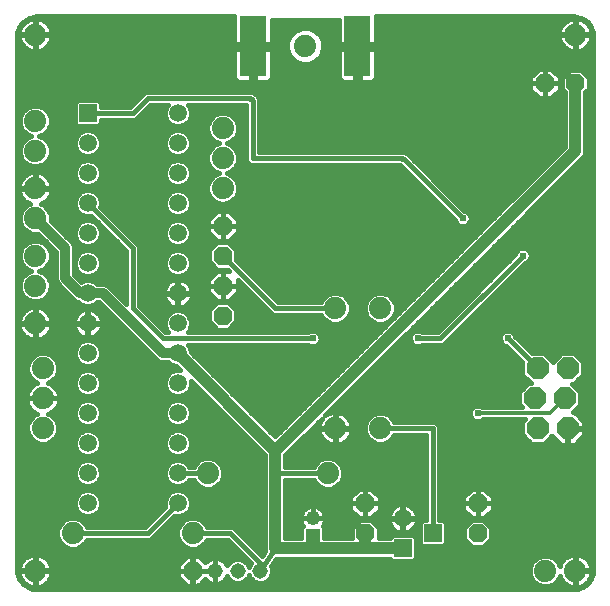
<source format=gbl>
G75*
%MOIN*%
%OFA0B0*%
%FSLAX24Y24*%
%IPPOS*%
%LPD*%
%AMOC8*
5,1,8,0,0,1.08239X$1,22.5*
%
%ADD10C,0.0515*%
%ADD11OC8,0.0740*%
%ADD12C,0.0740*%
%ADD13R,0.0590X0.0590*%
%ADD14C,0.0590*%
%ADD15R,0.0480X0.0480*%
%ADD16C,0.0480*%
%ADD17OC8,0.0630*%
%ADD18R,0.0900X0.2000*%
%ADD19C,0.0320*%
%ADD20C,0.0160*%
%ADD21C,0.0356*%
%ADD22C,0.0400*%
%ADD23C,0.0238*%
%ADD24C,0.0120*%
D10*
X007430Y001930D03*
X008180Y001930D03*
X008930Y001930D03*
D11*
X018080Y007680D03*
X018180Y006680D03*
X019180Y006680D03*
X019080Y007680D03*
X019180Y008680D03*
X018180Y008680D03*
D12*
X012930Y006680D03*
X011430Y006680D03*
X011180Y005180D03*
X007180Y005180D03*
X006680Y003180D03*
X002680Y003180D03*
X001430Y001930D03*
X001680Y006680D03*
X001680Y007680D03*
X001680Y008680D03*
X001430Y010180D03*
X001430Y011430D03*
X001430Y012430D03*
X001430Y013680D03*
X001430Y014680D03*
X001430Y015930D03*
X001430Y016930D03*
X001430Y019805D03*
X007680Y016680D03*
X007680Y015680D03*
X007680Y014680D03*
X011430Y010680D03*
X012930Y010680D03*
X018430Y001930D03*
X019430Y001930D03*
X010430Y019430D03*
X019430Y019805D03*
D13*
X014680Y003180D03*
X013680Y002680D03*
X003180Y017180D03*
D14*
X003180Y016180D03*
X003180Y015180D03*
X003180Y014180D03*
X003180Y013180D03*
X003180Y012180D03*
X003180Y011180D03*
X003180Y010180D03*
X003180Y009180D03*
X003180Y008180D03*
X003180Y007180D03*
X003180Y006180D03*
X003180Y005180D03*
X003180Y004180D03*
X006180Y004180D03*
X006180Y005180D03*
X006180Y006180D03*
X006180Y007180D03*
X006180Y008180D03*
X006180Y009180D03*
X006180Y010180D03*
X006180Y011180D03*
X006180Y012180D03*
X006180Y013180D03*
X006180Y014180D03*
X006180Y015180D03*
X006180Y016180D03*
X006180Y017180D03*
X013680Y003680D03*
D15*
X010680Y003090D03*
D16*
X010680Y003680D03*
D17*
X012430Y003180D03*
X012430Y004180D03*
X016180Y004180D03*
X016180Y003180D03*
X007680Y010430D03*
X007680Y011430D03*
X007680Y012430D03*
X007680Y013430D03*
X006680Y001930D03*
X018430Y018180D03*
X019430Y018180D03*
D18*
X012170Y019420D03*
X008690Y019420D03*
D19*
X002430Y012680D02*
X001430Y013680D01*
X002430Y012680D02*
X002430Y011680D01*
X002930Y011180D01*
X003180Y011180D01*
X003680Y011180D01*
X005680Y009180D01*
X006180Y009180D01*
D20*
X001010Y001510D02*
X001173Y001391D01*
X001366Y001328D01*
X001467Y001320D01*
X019385Y001320D01*
X019486Y001328D01*
X019679Y001391D01*
X019843Y001510D01*
X019962Y001673D01*
X020024Y001866D01*
X020032Y001967D01*
X020032Y019763D01*
X020024Y019864D01*
X019962Y020057D01*
X019843Y020220D01*
X019679Y020340D01*
X019486Y020402D01*
X019385Y020410D01*
X012800Y020410D01*
X012800Y019500D01*
X012250Y019500D01*
X012250Y019340D01*
X012800Y019340D01*
X012800Y018396D01*
X012788Y018351D01*
X012764Y018309D01*
X012731Y018276D01*
X012689Y018252D01*
X012644Y018240D01*
X012250Y018240D01*
X012250Y019340D01*
X012090Y019340D01*
X012090Y018240D01*
X011696Y018240D01*
X011651Y018252D01*
X011609Y018276D01*
X011576Y018309D01*
X011552Y018351D01*
X011540Y018396D01*
X011540Y019340D01*
X012090Y019340D01*
X012090Y019500D01*
X011540Y019500D01*
X011540Y020290D01*
X009320Y020290D01*
X009320Y019500D01*
X008770Y019500D01*
X008770Y019340D01*
X009320Y019340D01*
X009320Y018396D01*
X009308Y018351D01*
X009284Y018309D01*
X009251Y018276D01*
X009209Y018252D01*
X009164Y018240D01*
X008770Y018240D01*
X008770Y019340D01*
X008610Y019340D01*
X008610Y018240D01*
X008216Y018240D01*
X008171Y018252D01*
X008129Y018276D01*
X008096Y018309D01*
X008072Y018351D01*
X008060Y018396D01*
X008060Y019340D01*
X008610Y019340D01*
X008610Y019500D01*
X008060Y019500D01*
X008060Y020410D01*
X001467Y020410D01*
X001366Y020402D01*
X001173Y020340D01*
X001010Y020220D01*
X000891Y020057D01*
X000828Y019864D01*
X000820Y019763D01*
X000820Y001967D01*
X000828Y001866D01*
X000891Y001673D01*
X001010Y001510D01*
X001027Y001497D02*
X001090Y001497D01*
X001072Y001510D02*
X001142Y001460D01*
X001219Y001420D01*
X001301Y001394D01*
X001387Y001380D01*
X001410Y001380D01*
X001410Y001910D01*
X000880Y001910D01*
X000880Y001887D01*
X000894Y001801D01*
X000920Y001719D01*
X000960Y001642D01*
X001010Y001572D01*
X001072Y001510D01*
X000953Y001656D02*
X000904Y001656D01*
X000892Y001814D02*
X000845Y001814D01*
X000880Y001950D02*
X001410Y001950D01*
X001410Y002480D01*
X001387Y002480D01*
X001301Y002466D01*
X001219Y002440D01*
X001142Y002400D01*
X001072Y002350D01*
X001010Y002288D01*
X000960Y002218D01*
X000920Y002141D01*
X000894Y002059D01*
X000880Y001973D01*
X000880Y001950D01*
X000880Y001973D02*
X000820Y001973D01*
X000820Y002131D02*
X000917Y002131D01*
X001012Y002290D02*
X000820Y002290D01*
X000820Y002448D02*
X001244Y002448D01*
X001410Y002448D02*
X001450Y002448D01*
X001450Y002480D02*
X001450Y001950D01*
X001410Y001950D01*
X001410Y001910D01*
X001450Y001910D01*
X001450Y001950D01*
X001980Y001950D01*
X001980Y001973D01*
X001966Y002059D01*
X001940Y002141D01*
X001900Y002218D01*
X001850Y002288D01*
X001788Y002350D01*
X001718Y002400D01*
X001641Y002440D01*
X001559Y002466D01*
X001473Y002480D01*
X001450Y002480D01*
X001616Y002448D02*
X008351Y002448D01*
X008259Y002327D02*
X008101Y002327D01*
X007955Y002267D01*
X007843Y002155D01*
X007827Y002115D01*
X007804Y002159D01*
X007764Y002215D01*
X007715Y002264D01*
X007659Y002304D01*
X007598Y002335D01*
X007532Y002357D01*
X007464Y002367D01*
X007430Y002367D01*
X007430Y001930D01*
X007430Y001930D01*
X007430Y001493D01*
X007430Y001930D01*
X007430Y001930D01*
X007430Y002367D01*
X007396Y002367D01*
X007328Y002357D01*
X007262Y002335D01*
X007201Y002304D01*
X007145Y002264D01*
X007096Y002215D01*
X007096Y002214D01*
X006885Y002425D01*
X006690Y002425D01*
X006690Y001940D01*
X006670Y001940D01*
X006670Y002425D01*
X006475Y002425D01*
X006185Y002135D01*
X006185Y001940D01*
X006670Y001940D01*
X006670Y001920D01*
X006690Y001920D01*
X006690Y001940D01*
X006993Y001940D01*
X006993Y001930D01*
X006993Y001920D01*
X006690Y001920D01*
X006690Y001435D01*
X006885Y001435D01*
X007096Y001646D01*
X007096Y001645D01*
X007145Y001596D01*
X007201Y001556D01*
X007262Y001525D01*
X007328Y001503D01*
X007396Y001493D01*
X007430Y001493D01*
X007464Y001493D01*
X007532Y001503D01*
X007598Y001525D01*
X007659Y001556D01*
X007715Y001596D01*
X007764Y001645D01*
X007804Y001701D01*
X007827Y001745D01*
X007843Y001705D01*
X007955Y001593D01*
X008101Y001533D01*
X008259Y001533D01*
X008405Y001593D01*
X008517Y001705D01*
X008555Y001797D01*
X008593Y001705D01*
X008705Y001593D01*
X008851Y001533D01*
X009009Y001533D01*
X009155Y001593D01*
X009267Y001705D01*
X009327Y001851D01*
X009327Y002009D01*
X009297Y002083D01*
X009468Y002340D01*
X013245Y002340D01*
X013245Y002327D01*
X013327Y002245D01*
X014033Y002245D01*
X014115Y002327D01*
X014115Y003033D01*
X014033Y003115D01*
X013327Y003115D01*
X013245Y003033D01*
X013245Y003020D01*
X012885Y003020D01*
X012885Y003368D01*
X012618Y003635D01*
X012242Y003635D01*
X011975Y003368D01*
X011975Y003020D01*
X011060Y003020D01*
X011060Y003388D01*
X011018Y003430D01*
X011039Y003460D01*
X011069Y003519D01*
X011090Y003582D01*
X011100Y003647D01*
X011100Y003680D01*
X011100Y003713D01*
X011090Y003778D01*
X011069Y003841D01*
X011039Y003900D01*
X011000Y003954D01*
X010954Y004000D01*
X010900Y004039D01*
X010841Y004069D01*
X010778Y004090D01*
X010713Y004100D01*
X010680Y004100D01*
X010680Y003680D01*
X010680Y003680D01*
X011100Y003680D01*
X010680Y003680D01*
X010680Y003680D01*
X010680Y004100D01*
X010647Y004100D01*
X010582Y004090D01*
X010519Y004069D01*
X010460Y004039D01*
X010406Y004000D01*
X010360Y003954D01*
X010321Y003900D01*
X010291Y003841D01*
X010270Y003778D01*
X010260Y003713D01*
X010260Y003680D01*
X010680Y003680D01*
X010680Y003680D01*
X010260Y003680D01*
X010260Y003647D01*
X010270Y003582D01*
X010291Y003519D01*
X010321Y003460D01*
X010342Y003430D01*
X010300Y003388D01*
X010300Y003020D01*
X009770Y003020D01*
X009770Y004960D01*
X010719Y004960D01*
X010748Y004891D01*
X010891Y004748D01*
X011079Y004670D01*
X011281Y004670D01*
X011469Y004748D01*
X011612Y004891D01*
X011690Y005079D01*
X011690Y005281D01*
X011612Y005469D01*
X011469Y005612D01*
X011281Y005690D01*
X011079Y005690D01*
X010891Y005612D01*
X010748Y005469D01*
X010719Y005400D01*
X009770Y005400D01*
X009770Y005789D01*
X010988Y007007D01*
X010960Y006968D01*
X010920Y006891D01*
X010894Y006809D01*
X010880Y006723D01*
X010880Y006689D01*
X011421Y006689D01*
X011421Y007230D01*
X011387Y007230D01*
X011301Y007216D01*
X011219Y007190D01*
X011142Y007150D01*
X011103Y007122D01*
X016218Y012237D01*
X016218Y012237D01*
X019623Y015642D01*
X019718Y015737D01*
X019770Y015862D01*
X019770Y017877D01*
X019885Y017992D01*
X019885Y018368D01*
X019618Y018635D01*
X019242Y018635D01*
X018975Y018368D01*
X018975Y017992D01*
X019090Y017877D01*
X019090Y016071D01*
X015737Y012718D01*
X009430Y006411D01*
X006615Y009226D01*
X006615Y009267D01*
X006549Y009426D01*
X006515Y009460D01*
X010534Y009460D01*
X010628Y009421D01*
X010732Y009421D01*
X010827Y009460D01*
X010900Y009533D01*
X010939Y009628D01*
X010939Y009732D01*
X010900Y009827D01*
X010827Y009900D01*
X010732Y009939D01*
X010628Y009939D01*
X010534Y009900D01*
X006515Y009900D01*
X006549Y009934D01*
X006615Y010093D01*
X006615Y010267D01*
X006549Y010426D01*
X006426Y010549D01*
X006267Y010615D01*
X006093Y010615D01*
X005934Y010549D01*
X005811Y010426D01*
X005745Y010267D01*
X005745Y010093D01*
X005811Y009934D01*
X005845Y009900D01*
X005771Y009900D01*
X004900Y010771D01*
X004900Y012771D01*
X003604Y014067D01*
X003615Y014093D01*
X003615Y014267D01*
X003549Y014426D01*
X003426Y014549D01*
X003267Y014615D01*
X003093Y014615D01*
X002934Y014549D01*
X002811Y014426D01*
X002745Y014267D01*
X002745Y014093D01*
X002811Y013934D01*
X002934Y013811D01*
X003093Y013745D01*
X003267Y013745D01*
X003293Y013756D01*
X004460Y012589D01*
X004460Y010824D01*
X003850Y011434D01*
X003740Y011480D01*
X003495Y011480D01*
X003426Y011549D01*
X003267Y011615D01*
X003093Y011615D01*
X002970Y011564D01*
X002730Y011804D01*
X002730Y012740D01*
X002684Y012850D01*
X001940Y013594D01*
X001940Y013781D01*
X001862Y013969D01*
X001719Y014112D01*
X001606Y014159D01*
X001641Y014170D01*
X001718Y014210D01*
X001788Y014260D01*
X001850Y014322D01*
X001900Y014392D01*
X001940Y014469D01*
X001966Y014551D01*
X001980Y014637D01*
X001980Y014660D01*
X001450Y014660D01*
X001450Y014700D01*
X001410Y014700D01*
X001410Y015230D01*
X001387Y015230D01*
X001301Y015216D01*
X001219Y015190D01*
X001142Y015150D01*
X001072Y015100D01*
X001010Y015038D01*
X000960Y014968D01*
X000920Y014891D01*
X000894Y014809D01*
X000880Y014723D01*
X000880Y014700D01*
X001410Y014700D01*
X001410Y014660D01*
X000880Y014660D01*
X000880Y014637D01*
X000894Y014551D01*
X000920Y014469D01*
X000960Y014392D01*
X001010Y014322D01*
X001072Y014260D01*
X001142Y014210D01*
X001219Y014170D01*
X001254Y014159D01*
X001141Y014112D01*
X000998Y013969D01*
X000920Y013781D01*
X000920Y013579D01*
X000998Y013391D01*
X001141Y013248D01*
X001329Y013170D01*
X001516Y013170D01*
X002130Y012556D01*
X002130Y011620D01*
X002176Y011510D01*
X002260Y011426D01*
X002760Y010926D01*
X002861Y010884D01*
X002934Y010811D01*
X003093Y010745D01*
X003267Y010745D01*
X003426Y010811D01*
X003495Y010880D01*
X003556Y010880D01*
X005426Y009010D01*
X005510Y008926D01*
X005620Y008880D01*
X005865Y008880D01*
X005934Y008811D01*
X006093Y008745D01*
X006134Y008745D01*
X006264Y008615D01*
X006093Y008615D01*
X005934Y008549D01*
X005811Y008426D01*
X005745Y008267D01*
X005745Y008093D01*
X005811Y007934D01*
X005934Y007811D01*
X006093Y007745D01*
X006267Y007745D01*
X006426Y007811D01*
X006549Y007934D01*
X006615Y008093D01*
X006615Y008264D01*
X009090Y005789D01*
X009090Y002612D01*
X009102Y002584D01*
X008996Y002425D01*
X008150Y003271D01*
X008150Y003271D01*
X008021Y003400D01*
X007141Y003400D01*
X007112Y003469D01*
X006969Y003612D01*
X006781Y003690D01*
X006579Y003690D01*
X006391Y003612D01*
X006248Y003469D01*
X006170Y003281D01*
X006170Y003079D01*
X006248Y002891D01*
X006391Y002748D01*
X006579Y002670D01*
X006781Y002670D01*
X006969Y002748D01*
X007112Y002891D01*
X007141Y002960D01*
X007839Y002960D01*
X008618Y002180D01*
X008593Y002155D01*
X008555Y002063D01*
X008517Y002155D01*
X008405Y002267D01*
X008259Y002327D01*
X008351Y002290D02*
X008509Y002290D01*
X008527Y002131D02*
X008583Y002131D01*
X008893Y002216D02*
X008906Y002201D01*
X008916Y002185D01*
X008924Y002167D01*
X008928Y002148D01*
X008930Y002128D01*
X008930Y001930D01*
X009430Y002680D01*
X009770Y003082D02*
X010300Y003082D01*
X010300Y003241D02*
X009770Y003241D01*
X009770Y003399D02*
X010311Y003399D01*
X010278Y003558D02*
X009770Y003558D01*
X009770Y003716D02*
X010260Y003716D01*
X010308Y003875D02*
X009770Y003875D01*
X009770Y004033D02*
X010451Y004033D01*
X010680Y004033D02*
X010680Y004033D01*
X010680Y003875D02*
X010680Y003875D01*
X010680Y003716D02*
X010680Y003716D01*
X010909Y004033D02*
X011935Y004033D01*
X011935Y003975D02*
X012225Y003685D01*
X012430Y003685D01*
X012635Y003685D01*
X012925Y003975D01*
X012925Y004180D01*
X012925Y004385D01*
X012635Y004675D01*
X012430Y004675D01*
X012430Y004180D01*
X012430Y004180D01*
X012925Y004180D01*
X012430Y004180D01*
X012430Y004180D01*
X012430Y004180D01*
X011935Y004180D01*
X011935Y004385D01*
X012225Y004675D01*
X012430Y004675D01*
X012430Y004180D01*
X012430Y003685D01*
X012430Y004180D01*
X012430Y004180D01*
X011935Y004180D01*
X011935Y003975D01*
X012035Y003875D02*
X011052Y003875D01*
X011100Y003716D02*
X012194Y003716D01*
X012164Y003558D02*
X011082Y003558D01*
X011049Y003399D02*
X012006Y003399D01*
X011975Y003241D02*
X011060Y003241D01*
X011060Y003082D02*
X011975Y003082D01*
X012430Y003716D02*
X012430Y003716D01*
X012430Y003875D02*
X012430Y003875D01*
X012430Y004033D02*
X012430Y004033D01*
X012430Y004192D02*
X012430Y004192D01*
X012430Y004350D02*
X012430Y004350D01*
X012430Y004509D02*
X012430Y004509D01*
X012430Y004667D02*
X012430Y004667D01*
X012643Y004667D02*
X014460Y004667D01*
X014460Y004509D02*
X012802Y004509D01*
X012925Y004350D02*
X014460Y004350D01*
X014460Y004192D02*
X012925Y004192D01*
X012925Y004033D02*
X013361Y004033D01*
X013371Y004042D02*
X013318Y003989D01*
X013274Y003929D01*
X013240Y003862D01*
X013217Y003791D01*
X013205Y003717D01*
X013205Y003698D01*
X013662Y003698D01*
X013662Y004155D01*
X013643Y004155D01*
X013569Y004143D01*
X013498Y004120D01*
X013431Y004086D01*
X013371Y004042D01*
X013246Y003875D02*
X012825Y003875D01*
X012666Y003716D02*
X013205Y003716D01*
X013205Y003662D02*
X013205Y003643D01*
X013217Y003569D01*
X013240Y003498D01*
X013274Y003431D01*
X013318Y003371D01*
X013371Y003318D01*
X013431Y003274D01*
X013498Y003240D01*
X013569Y003217D01*
X013643Y003205D01*
X013662Y003205D01*
X013662Y003662D01*
X013205Y003662D01*
X013220Y003558D02*
X012696Y003558D01*
X012854Y003399D02*
X013297Y003399D01*
X013496Y003241D02*
X012885Y003241D01*
X012885Y003082D02*
X013294Y003082D01*
X013662Y003241D02*
X013698Y003241D01*
X013698Y003205D02*
X013717Y003205D01*
X013791Y003217D01*
X013862Y003240D01*
X013929Y003274D01*
X013989Y003318D01*
X014042Y003371D01*
X014086Y003431D01*
X014120Y003498D01*
X014143Y003569D01*
X014155Y003643D01*
X014155Y003662D01*
X013698Y003662D01*
X013698Y003698D01*
X013662Y003698D01*
X013662Y003662D01*
X013698Y003662D01*
X013698Y003205D01*
X013864Y003241D02*
X014245Y003241D01*
X014245Y003399D02*
X014063Y003399D01*
X014140Y003558D02*
X014270Y003558D01*
X014245Y003533D02*
X014245Y002827D01*
X014327Y002745D01*
X015033Y002745D01*
X015115Y002827D01*
X015115Y003533D01*
X015033Y003615D01*
X014900Y003615D01*
X014900Y006771D01*
X014771Y006900D01*
X013391Y006900D01*
X013362Y006969D01*
X013219Y007112D01*
X013031Y007190D01*
X012829Y007190D01*
X012641Y007112D01*
X012498Y006969D01*
X012420Y006781D01*
X012420Y006579D01*
X012498Y006391D01*
X012641Y006248D01*
X012829Y006170D01*
X013031Y006170D01*
X013219Y006248D01*
X013362Y006391D01*
X013391Y006460D01*
X014460Y006460D01*
X014460Y003615D01*
X014327Y003615D01*
X014245Y003533D01*
X014155Y003698D02*
X014155Y003717D01*
X014143Y003791D01*
X014120Y003862D01*
X014086Y003929D01*
X014042Y003989D01*
X013989Y004042D01*
X013929Y004086D01*
X013862Y004120D01*
X013791Y004143D01*
X013717Y004155D01*
X013698Y004155D01*
X013698Y003698D01*
X014155Y003698D01*
X014155Y003716D02*
X014460Y003716D01*
X014460Y003875D02*
X014114Y003875D01*
X013999Y004033D02*
X014460Y004033D01*
X014900Y004033D02*
X015685Y004033D01*
X015685Y003975D02*
X015975Y003685D01*
X016180Y003685D01*
X016385Y003685D01*
X016675Y003975D01*
X016675Y004180D01*
X016675Y004385D01*
X016385Y004675D01*
X016180Y004675D01*
X016180Y004180D01*
X016180Y004180D01*
X016675Y004180D01*
X016180Y004180D01*
X016180Y004180D01*
X016180Y004180D01*
X015685Y004180D01*
X015685Y004385D01*
X015975Y004675D01*
X016180Y004675D01*
X016180Y004180D01*
X016180Y003685D01*
X016180Y004180D01*
X016180Y004180D01*
X015685Y004180D01*
X015685Y003975D01*
X015785Y003875D02*
X014900Y003875D01*
X014900Y003716D02*
X015944Y003716D01*
X015992Y003635D02*
X015725Y003368D01*
X015725Y002992D01*
X015992Y002725D01*
X016368Y002725D01*
X016635Y002992D01*
X016635Y003368D01*
X016368Y003635D01*
X015992Y003635D01*
X015914Y003558D02*
X015090Y003558D01*
X015115Y003399D02*
X015756Y003399D01*
X015725Y003241D02*
X015115Y003241D01*
X015115Y003082D02*
X015725Y003082D01*
X015793Y002924D02*
X015115Y002924D01*
X015053Y002765D02*
X015952Y002765D01*
X016408Y002765D02*
X020032Y002765D01*
X020032Y002607D02*
X014115Y002607D01*
X014115Y002765D02*
X014307Y002765D01*
X014245Y002924D02*
X014115Y002924D01*
X014066Y003082D02*
X014245Y003082D01*
X014680Y003180D02*
X014680Y006680D01*
X012930Y006680D01*
X012573Y007045D02*
X011843Y007045D01*
X011850Y007038D02*
X011788Y007100D01*
X011718Y007150D01*
X011641Y007190D01*
X011559Y007216D01*
X011473Y007230D01*
X011439Y007230D01*
X011439Y006689D01*
X011421Y006689D01*
X011421Y006671D01*
X011439Y006671D01*
X011439Y006689D01*
X011980Y006689D01*
X011980Y006723D01*
X011966Y006809D01*
X011940Y006891D01*
X011900Y006968D01*
X011850Y007038D01*
X011941Y006886D02*
X012463Y006886D01*
X012420Y006728D02*
X011979Y006728D01*
X011980Y006671D02*
X011439Y006671D01*
X011439Y006130D01*
X011473Y006130D01*
X011559Y006144D01*
X011641Y006170D01*
X011718Y006210D01*
X011788Y006260D01*
X011850Y006322D01*
X011900Y006392D01*
X011940Y006469D01*
X011966Y006551D01*
X011980Y006637D01*
X011980Y006671D01*
X011969Y006569D02*
X012424Y006569D01*
X012490Y006411D02*
X011910Y006411D01*
X011777Y006252D02*
X012637Y006252D01*
X013223Y006252D02*
X014460Y006252D01*
X014460Y006094D02*
X010074Y006094D01*
X010233Y006252D02*
X011083Y006252D01*
X011072Y006260D02*
X011142Y006210D01*
X011219Y006170D01*
X011301Y006144D01*
X011387Y006130D01*
X011421Y006130D01*
X011421Y006671D01*
X010880Y006671D01*
X010880Y006637D01*
X010894Y006551D01*
X010920Y006469D01*
X010960Y006392D01*
X011010Y006322D01*
X011072Y006260D01*
X010950Y006411D02*
X010391Y006411D01*
X010550Y006569D02*
X010891Y006569D01*
X010881Y006728D02*
X010708Y006728D01*
X010867Y006886D02*
X010919Y006886D01*
X011184Y007203D02*
X011260Y007203D01*
X011421Y007203D02*
X011439Y007203D01*
X011439Y007045D02*
X011421Y007045D01*
X011421Y006886D02*
X011439Y006886D01*
X011439Y006728D02*
X011421Y006728D01*
X011421Y006569D02*
X011439Y006569D01*
X011439Y006411D02*
X011421Y006411D01*
X011421Y006252D02*
X011439Y006252D01*
X011455Y005618D02*
X014460Y005618D01*
X014460Y005460D02*
X011616Y005460D01*
X011682Y005301D02*
X014460Y005301D01*
X014460Y005143D02*
X011690Y005143D01*
X011651Y004984D02*
X014460Y004984D01*
X014460Y004826D02*
X011547Y004826D01*
X011180Y005180D02*
X009430Y005180D01*
X009770Y005460D02*
X010744Y005460D01*
X010905Y005618D02*
X009770Y005618D01*
X009770Y005777D02*
X014460Y005777D01*
X014460Y005935D02*
X009916Y005935D01*
X009588Y006569D02*
X009272Y006569D01*
X009113Y006728D02*
X009747Y006728D01*
X009905Y006886D02*
X008955Y006886D01*
X008796Y007045D02*
X010064Y007045D01*
X010222Y007203D02*
X008638Y007203D01*
X008479Y007362D02*
X010381Y007362D01*
X010539Y007520D02*
X008321Y007520D01*
X008162Y007679D02*
X010698Y007679D01*
X010856Y007837D02*
X008004Y007837D01*
X007845Y007996D02*
X011015Y007996D01*
X011173Y008154D02*
X007687Y008154D01*
X007528Y008313D02*
X011332Y008313D01*
X011490Y008471D02*
X007370Y008471D01*
X007211Y008630D02*
X011649Y008630D01*
X011807Y008788D02*
X007053Y008788D01*
X006894Y008947D02*
X011966Y008947D01*
X012124Y009105D02*
X006736Y009105D01*
X006615Y009264D02*
X012283Y009264D01*
X012441Y009422D02*
X010734Y009422D01*
X010626Y009422D02*
X006551Y009422D01*
X005990Y008788D02*
X003370Y008788D01*
X003426Y008811D02*
X003267Y008745D01*
X003093Y008745D01*
X002934Y008811D01*
X002811Y008934D01*
X002745Y009093D01*
X002745Y009267D01*
X002811Y009426D01*
X002934Y009549D01*
X003093Y009615D01*
X003267Y009615D01*
X003426Y009549D01*
X003549Y009426D01*
X003615Y009267D01*
X003615Y009093D01*
X003549Y008934D01*
X003426Y008811D01*
X003554Y008947D02*
X005489Y008947D01*
X005331Y009105D02*
X003615Y009105D01*
X003615Y009264D02*
X005172Y009264D01*
X005014Y009422D02*
X003551Y009422D01*
X003350Y009581D02*
X004855Y009581D01*
X004697Y009739D02*
X003360Y009739D01*
X003362Y009740D02*
X003429Y009774D01*
X003489Y009818D01*
X003542Y009871D01*
X003586Y009931D01*
X003620Y009998D01*
X003643Y010069D01*
X003655Y010143D01*
X003655Y010162D01*
X003198Y010162D01*
X003198Y010198D01*
X003655Y010198D01*
X003655Y010217D01*
X003643Y010291D01*
X003620Y010362D01*
X003586Y010429D01*
X003542Y010489D01*
X003489Y010542D01*
X003429Y010586D01*
X003362Y010620D01*
X003291Y010643D01*
X003217Y010655D01*
X003198Y010655D01*
X003198Y010198D01*
X003162Y010198D01*
X003162Y010655D01*
X003143Y010655D01*
X003069Y010643D01*
X002998Y010620D01*
X002931Y010586D01*
X002871Y010542D01*
X002818Y010489D01*
X002774Y010429D01*
X002740Y010362D01*
X002717Y010291D01*
X002705Y010217D01*
X002705Y010198D01*
X003162Y010198D01*
X003162Y010162D01*
X003198Y010162D01*
X003198Y009705D01*
X003217Y009705D01*
X003291Y009717D01*
X003362Y009740D01*
X003198Y009739D02*
X003162Y009739D01*
X003162Y009705D02*
X003162Y010162D01*
X002705Y010162D01*
X002705Y010143D01*
X002717Y010069D01*
X002740Y009998D01*
X002774Y009931D01*
X002818Y009871D01*
X002871Y009818D01*
X002931Y009774D01*
X002998Y009740D01*
X003069Y009717D01*
X003143Y009705D01*
X003162Y009705D01*
X003000Y009739D02*
X001759Y009739D01*
X001788Y009760D02*
X001850Y009822D01*
X001900Y009892D01*
X001940Y009969D01*
X001966Y010051D01*
X001980Y010137D01*
X001980Y010160D01*
X001450Y010160D01*
X001450Y010200D01*
X001410Y010200D01*
X001410Y010730D01*
X001387Y010730D01*
X001301Y010716D01*
X001219Y010690D01*
X001142Y010650D01*
X001072Y010600D01*
X001010Y010538D01*
X000960Y010468D01*
X000920Y010391D01*
X000894Y010309D01*
X000880Y010223D01*
X000880Y010200D01*
X001410Y010200D01*
X001410Y010160D01*
X000880Y010160D01*
X000880Y010137D01*
X000894Y010051D01*
X000920Y009969D01*
X000960Y009892D01*
X001010Y009822D01*
X001072Y009760D01*
X001142Y009710D01*
X001219Y009670D01*
X001301Y009644D01*
X001387Y009630D01*
X001410Y009630D01*
X001410Y010160D01*
X001450Y010160D01*
X001450Y009630D01*
X001473Y009630D01*
X001559Y009644D01*
X001641Y009670D01*
X001718Y009710D01*
X001788Y009760D01*
X001903Y009898D02*
X002798Y009898D01*
X002721Y010056D02*
X001967Y010056D01*
X001980Y010200D02*
X001980Y010223D01*
X001966Y010309D01*
X001940Y010391D01*
X001900Y010468D01*
X001850Y010538D01*
X001788Y010600D01*
X001718Y010650D01*
X001641Y010690D01*
X001559Y010716D01*
X001473Y010730D01*
X001450Y010730D01*
X001450Y010200D01*
X001980Y010200D01*
X001980Y010215D02*
X002705Y010215D01*
X002745Y010373D02*
X001946Y010373D01*
X001854Y010532D02*
X002860Y010532D01*
X003162Y010532D02*
X003198Y010532D01*
X003198Y010373D02*
X003162Y010373D01*
X003162Y010215D02*
X003198Y010215D01*
X003198Y010056D02*
X003162Y010056D01*
X003162Y009898D02*
X003198Y009898D01*
X003010Y009581D02*
X000820Y009581D01*
X000820Y009739D02*
X001101Y009739D01*
X000957Y009898D02*
X000820Y009898D01*
X000820Y010056D02*
X000893Y010056D01*
X000880Y010215D02*
X000820Y010215D01*
X000820Y010373D02*
X000914Y010373D01*
X001006Y010532D02*
X000820Y010532D01*
X000820Y010690D02*
X001220Y010690D01*
X001410Y010690D02*
X001450Y010690D01*
X001450Y010532D02*
X001410Y010532D01*
X001410Y010373D02*
X001450Y010373D01*
X001450Y010215D02*
X001410Y010215D01*
X001410Y010056D02*
X001450Y010056D01*
X001450Y009898D02*
X001410Y009898D01*
X001410Y009739D02*
X001450Y009739D01*
X001579Y009190D02*
X001391Y009112D01*
X001248Y008969D01*
X001170Y008781D01*
X001170Y008579D01*
X001248Y008391D01*
X001391Y008248D01*
X001504Y008201D01*
X001469Y008190D01*
X001392Y008150D01*
X001322Y008100D01*
X001260Y008038D01*
X001210Y007968D01*
X001170Y007891D01*
X001144Y007809D01*
X001130Y007723D01*
X001130Y007680D01*
X001680Y007680D01*
X002230Y007680D01*
X002230Y007723D01*
X002216Y007809D01*
X002190Y007891D01*
X002150Y007968D01*
X002100Y008038D01*
X002038Y008100D01*
X001968Y008150D01*
X001891Y008190D01*
X001856Y008201D01*
X001969Y008248D01*
X002112Y008391D01*
X002190Y008579D01*
X002190Y008781D01*
X002112Y008969D01*
X001969Y009112D01*
X001781Y009190D01*
X001579Y009190D01*
X001384Y009105D02*
X000820Y009105D01*
X000820Y008947D02*
X001238Y008947D01*
X001173Y008788D02*
X000820Y008788D01*
X000820Y008630D02*
X001170Y008630D01*
X001215Y008471D02*
X000820Y008471D01*
X000820Y008313D02*
X001326Y008313D01*
X001399Y008154D02*
X000820Y008154D01*
X000820Y007996D02*
X001229Y007996D01*
X001153Y007837D02*
X000820Y007837D01*
X000820Y007679D02*
X001130Y007679D01*
X001130Y007680D02*
X001130Y007637D01*
X001144Y007551D01*
X001170Y007469D01*
X001210Y007392D01*
X001260Y007322D01*
X001322Y007260D01*
X001392Y007210D01*
X001469Y007170D01*
X001504Y007159D01*
X001391Y007112D01*
X001248Y006969D01*
X001170Y006781D01*
X001170Y006579D01*
X001248Y006391D01*
X001391Y006248D01*
X001579Y006170D01*
X001781Y006170D01*
X001969Y006248D01*
X002112Y006391D01*
X002190Y006579D01*
X002190Y006781D01*
X002112Y006969D01*
X001969Y007112D01*
X001856Y007159D01*
X001891Y007170D01*
X001968Y007210D01*
X002038Y007260D01*
X002100Y007322D01*
X002150Y007392D01*
X002190Y007469D01*
X002216Y007551D01*
X002230Y007637D01*
X002230Y007680D01*
X001680Y007680D01*
X001680Y007680D01*
X001680Y007680D01*
X001130Y007680D01*
X001154Y007520D02*
X000820Y007520D01*
X000820Y007362D02*
X001232Y007362D01*
X001405Y007203D02*
X000820Y007203D01*
X000820Y007045D02*
X001323Y007045D01*
X001213Y006886D02*
X000820Y006886D01*
X000820Y006728D02*
X001170Y006728D01*
X001174Y006569D02*
X000820Y006569D01*
X000820Y006411D02*
X001240Y006411D01*
X001387Y006252D02*
X000820Y006252D01*
X000820Y006094D02*
X002745Y006094D01*
X002745Y006093D02*
X002811Y005934D01*
X002934Y005811D01*
X003093Y005745D01*
X003267Y005745D01*
X003426Y005811D01*
X003549Y005934D01*
X003615Y006093D01*
X003615Y006267D01*
X003549Y006426D01*
X003426Y006549D01*
X003267Y006615D01*
X003093Y006615D01*
X002934Y006549D01*
X002811Y006426D01*
X002745Y006267D01*
X002745Y006093D01*
X002745Y006252D02*
X001973Y006252D01*
X002120Y006411D02*
X002805Y006411D01*
X002982Y006569D02*
X002186Y006569D01*
X002190Y006728D02*
X008152Y006728D01*
X007993Y006886D02*
X006501Y006886D01*
X006549Y006934D02*
X006615Y007093D01*
X006615Y007267D01*
X006549Y007426D01*
X006426Y007549D01*
X006267Y007615D01*
X006093Y007615D01*
X005934Y007549D01*
X005811Y007426D01*
X005745Y007267D01*
X005745Y007093D01*
X005811Y006934D01*
X005934Y006811D01*
X006093Y006745D01*
X006267Y006745D01*
X006426Y006811D01*
X006549Y006934D01*
X006595Y007045D02*
X007835Y007045D01*
X007676Y007203D02*
X006615Y007203D01*
X006576Y007362D02*
X007518Y007362D01*
X007359Y007520D02*
X006455Y007520D01*
X006452Y007837D02*
X007042Y007837D01*
X006884Y007996D02*
X006574Y007996D01*
X006615Y008154D02*
X006725Y008154D01*
X006250Y008630D02*
X002190Y008630D01*
X002187Y008788D02*
X002990Y008788D01*
X003093Y008615D02*
X002934Y008549D01*
X002811Y008426D01*
X002745Y008267D01*
X002745Y008093D01*
X002811Y007934D01*
X002934Y007811D01*
X003093Y007745D01*
X003267Y007745D01*
X003426Y007811D01*
X003549Y007934D01*
X003615Y008093D01*
X003615Y008267D01*
X003549Y008426D01*
X003426Y008549D01*
X003267Y008615D01*
X003093Y008615D01*
X002856Y008471D02*
X002145Y008471D01*
X002034Y008313D02*
X002764Y008313D01*
X002745Y008154D02*
X001961Y008154D01*
X002131Y007996D02*
X002786Y007996D01*
X002908Y007837D02*
X002207Y007837D01*
X002230Y007679D02*
X007201Y007679D01*
X006426Y006549D02*
X006267Y006615D01*
X006093Y006615D01*
X005934Y006549D01*
X005811Y006426D01*
X005745Y006267D01*
X005745Y006093D01*
X005811Y005934D01*
X005934Y005811D01*
X006093Y005745D01*
X006267Y005745D01*
X006426Y005811D01*
X006549Y005934D01*
X006615Y006093D01*
X006615Y006267D01*
X006549Y006426D01*
X006426Y006549D01*
X006378Y006569D02*
X008310Y006569D01*
X008469Y006411D02*
X006555Y006411D01*
X006615Y006252D02*
X008627Y006252D01*
X008786Y006094D02*
X006615Y006094D01*
X006549Y005935D02*
X008944Y005935D01*
X009090Y005777D02*
X006343Y005777D01*
X006267Y005615D02*
X006093Y005615D01*
X005934Y005549D01*
X005811Y005426D01*
X005745Y005267D01*
X005745Y005093D01*
X005811Y004934D01*
X005934Y004811D01*
X006093Y004745D01*
X006267Y004745D01*
X006426Y004811D01*
X006549Y004934D01*
X006560Y004960D01*
X006719Y004960D01*
X006748Y004891D01*
X006891Y004748D01*
X007079Y004670D01*
X007281Y004670D01*
X007469Y004748D01*
X007612Y004891D01*
X007690Y005079D01*
X007690Y005281D01*
X007612Y005469D01*
X007469Y005612D01*
X007281Y005690D01*
X007079Y005690D01*
X006891Y005612D01*
X006748Y005469D01*
X006719Y005400D01*
X006560Y005400D01*
X006549Y005426D01*
X006426Y005549D01*
X006267Y005615D01*
X006516Y005460D02*
X006744Y005460D01*
X006905Y005618D02*
X000820Y005618D01*
X000820Y005460D02*
X002844Y005460D01*
X002811Y005426D02*
X002745Y005267D01*
X002745Y005093D01*
X002811Y004934D01*
X002934Y004811D01*
X003093Y004745D01*
X003267Y004745D01*
X003426Y004811D01*
X003549Y004934D01*
X003615Y005093D01*
X003615Y005267D01*
X003549Y005426D01*
X003426Y005549D01*
X003267Y005615D01*
X003093Y005615D01*
X002934Y005549D01*
X002811Y005426D01*
X002759Y005301D02*
X000820Y005301D01*
X000820Y005143D02*
X002745Y005143D01*
X002790Y004984D02*
X000820Y004984D01*
X000820Y004826D02*
X002919Y004826D01*
X003093Y004615D02*
X002934Y004549D01*
X002811Y004426D01*
X002745Y004267D01*
X002745Y004093D01*
X002811Y003934D01*
X002934Y003811D01*
X003093Y003745D01*
X003267Y003745D01*
X003426Y003811D01*
X003549Y003934D01*
X003615Y004093D01*
X003615Y004267D01*
X003549Y004426D01*
X003426Y004549D01*
X003267Y004615D01*
X003093Y004615D01*
X002893Y004509D02*
X000820Y004509D01*
X000820Y004667D02*
X009090Y004667D01*
X009090Y004509D02*
X006467Y004509D01*
X006426Y004549D02*
X006267Y004615D01*
X006093Y004615D01*
X005934Y004549D01*
X005811Y004426D01*
X005745Y004267D01*
X005745Y004093D01*
X005756Y004067D01*
X005089Y003400D01*
X003141Y003400D01*
X003112Y003469D01*
X002969Y003612D01*
X002781Y003690D01*
X002579Y003690D01*
X002391Y003612D01*
X002248Y003469D01*
X002170Y003281D01*
X002170Y003079D01*
X002248Y002891D01*
X002391Y002748D01*
X002579Y002670D01*
X002781Y002670D01*
X002969Y002748D01*
X003112Y002891D01*
X003141Y002960D01*
X005271Y002960D01*
X005400Y003089D01*
X006067Y003756D01*
X006093Y003745D01*
X006267Y003745D01*
X006426Y003811D01*
X006549Y003934D01*
X006615Y004093D01*
X006615Y004267D01*
X006549Y004426D01*
X006426Y004549D01*
X006580Y004350D02*
X009090Y004350D01*
X009090Y004192D02*
X006615Y004192D01*
X006590Y004033D02*
X009090Y004033D01*
X009090Y003875D02*
X006490Y003875D01*
X006336Y003558D02*
X005869Y003558D01*
X006027Y003716D02*
X009090Y003716D01*
X009090Y003558D02*
X007024Y003558D01*
X006680Y003180D02*
X007930Y003180D01*
X008893Y002217D01*
X008973Y002448D02*
X009011Y002448D01*
X009092Y002607D02*
X008815Y002607D01*
X008656Y002765D02*
X009090Y002765D01*
X009090Y002924D02*
X008498Y002924D01*
X008339Y003082D02*
X009090Y003082D01*
X009090Y003241D02*
X008181Y003241D01*
X008022Y003399D02*
X009090Y003399D01*
X009770Y004192D02*
X011935Y004192D01*
X011935Y004350D02*
X009770Y004350D01*
X009770Y004509D02*
X012058Y004509D01*
X012217Y004667D02*
X009770Y004667D01*
X009770Y004826D02*
X010813Y004826D01*
X009090Y004826D02*
X007547Y004826D01*
X007651Y004984D02*
X009090Y004984D01*
X009090Y005143D02*
X007690Y005143D01*
X007682Y005301D02*
X009090Y005301D01*
X009090Y005460D02*
X007616Y005460D01*
X007455Y005618D02*
X009090Y005618D01*
X007180Y005180D02*
X006180Y005180D01*
X005790Y004984D02*
X003570Y004984D01*
X003615Y005143D02*
X005745Y005143D01*
X005759Y005301D02*
X003601Y005301D01*
X003516Y005460D02*
X005844Y005460D01*
X006017Y005777D02*
X003343Y005777D01*
X003549Y005935D02*
X005811Y005935D01*
X005745Y006094D02*
X003615Y006094D01*
X003615Y006252D02*
X005745Y006252D01*
X005805Y006411D02*
X003555Y006411D01*
X003378Y006569D02*
X005982Y006569D01*
X005859Y006886D02*
X003501Y006886D01*
X003549Y006934D02*
X003615Y007093D01*
X003615Y007267D01*
X003549Y007426D01*
X003426Y007549D01*
X003267Y007615D01*
X003093Y007615D01*
X002934Y007549D01*
X002811Y007426D01*
X002745Y007267D01*
X002745Y007093D01*
X002811Y006934D01*
X002934Y006811D01*
X003093Y006745D01*
X003267Y006745D01*
X003426Y006811D01*
X003549Y006934D01*
X003595Y007045D02*
X005765Y007045D01*
X005745Y007203D02*
X003615Y007203D01*
X003576Y007362D02*
X005784Y007362D01*
X005905Y007520D02*
X003455Y007520D01*
X003452Y007837D02*
X005908Y007837D01*
X005786Y007996D02*
X003574Y007996D01*
X003615Y008154D02*
X005745Y008154D01*
X005764Y008313D02*
X003596Y008313D01*
X003504Y008471D02*
X005856Y008471D01*
X005680Y009680D02*
X004680Y010680D01*
X004680Y012680D01*
X003180Y014180D01*
X002879Y014494D02*
X001948Y014494D01*
X001980Y014653D02*
X007170Y014653D01*
X007170Y014579D02*
X007248Y014391D01*
X007391Y014248D01*
X007579Y014170D01*
X007781Y014170D01*
X007969Y014248D01*
X008112Y014391D01*
X008190Y014579D01*
X008190Y014781D01*
X008112Y014969D01*
X007969Y015112D01*
X007806Y015180D01*
X007969Y015248D01*
X008112Y015391D01*
X008190Y015579D01*
X008190Y015781D01*
X008112Y015969D01*
X007969Y016112D01*
X007806Y016180D01*
X007969Y016248D01*
X008112Y016391D01*
X008190Y016579D01*
X008190Y016781D01*
X008112Y016969D01*
X007969Y017112D01*
X007781Y017190D01*
X007579Y017190D01*
X007391Y017112D01*
X007248Y016969D01*
X007170Y016781D01*
X007170Y016579D01*
X007248Y016391D01*
X007391Y016248D01*
X007554Y016180D01*
X007391Y016112D01*
X007248Y015969D01*
X007170Y015781D01*
X007170Y015579D01*
X007248Y015391D01*
X007391Y015248D01*
X007554Y015180D01*
X007391Y015112D01*
X007248Y014969D01*
X007170Y014781D01*
X007170Y014579D01*
X007205Y014494D02*
X006481Y014494D01*
X006426Y014549D02*
X006267Y014615D01*
X006093Y014615D01*
X005934Y014549D01*
X005811Y014426D01*
X005745Y014267D01*
X005745Y014093D01*
X005811Y013934D01*
X005934Y013811D01*
X006093Y013745D01*
X006267Y013745D01*
X006426Y013811D01*
X006549Y013934D01*
X006615Y014093D01*
X006615Y014267D01*
X006549Y014426D01*
X006426Y014549D01*
X006267Y014745D02*
X006426Y014811D01*
X007182Y014811D01*
X007248Y014970D02*
X006564Y014970D01*
X006549Y014934D02*
X006615Y015093D01*
X006615Y015267D01*
X006549Y015426D01*
X006426Y015549D01*
X006267Y015615D01*
X006093Y015615D01*
X005934Y015549D01*
X005811Y015426D01*
X005745Y015267D01*
X005745Y015093D01*
X005811Y014934D01*
X005934Y014811D01*
X003426Y014811D01*
X003549Y014934D01*
X003615Y015093D01*
X003615Y015267D01*
X003549Y015426D01*
X003426Y015549D01*
X003267Y015615D01*
X003093Y015615D01*
X002934Y015549D01*
X002811Y015426D01*
X002745Y015267D01*
X002745Y015093D01*
X002811Y014934D01*
X002934Y014811D01*
X001966Y014811D01*
X001966Y014809D02*
X001940Y014891D01*
X001900Y014968D01*
X001850Y015038D01*
X001788Y015100D01*
X001718Y015150D01*
X001641Y015190D01*
X001559Y015216D01*
X001473Y015230D01*
X001450Y015230D01*
X001450Y014700D01*
X001980Y014700D01*
X001980Y014723D01*
X001966Y014809D01*
X001899Y014970D02*
X002796Y014970D01*
X002745Y015128D02*
X001749Y015128D01*
X001592Y015445D02*
X002830Y015445D01*
X002753Y015287D02*
X000820Y015287D01*
X000820Y015445D02*
X001268Y015445D01*
X001329Y015420D02*
X001141Y015498D01*
X000998Y015641D01*
X000920Y015829D01*
X000920Y016031D01*
X000998Y016219D01*
X001141Y016362D01*
X001304Y016430D01*
X001141Y016498D01*
X000998Y016641D01*
X000920Y016829D01*
X000920Y017031D01*
X000998Y017219D01*
X001141Y017362D01*
X001329Y017440D01*
X001531Y017440D01*
X001719Y017362D01*
X001862Y017219D01*
X001940Y017031D01*
X001940Y016829D01*
X001862Y016641D01*
X001719Y016498D01*
X001556Y016430D01*
X001719Y016362D01*
X001862Y016219D01*
X001940Y016031D01*
X001940Y015829D01*
X001862Y015641D01*
X001719Y015498D01*
X001531Y015420D01*
X001329Y015420D01*
X001410Y015128D02*
X001450Y015128D01*
X001450Y014970D02*
X001410Y014970D01*
X001410Y014811D02*
X001450Y014811D01*
X001111Y015128D02*
X000820Y015128D01*
X000820Y014970D02*
X000961Y014970D01*
X000894Y014811D02*
X000820Y014811D01*
X000820Y014653D02*
X000880Y014653D01*
X000912Y014494D02*
X000820Y014494D01*
X000820Y014336D02*
X001000Y014336D01*
X000820Y014177D02*
X001206Y014177D01*
X001047Y014019D02*
X000820Y014019D01*
X000820Y013860D02*
X000953Y013860D01*
X000920Y013702D02*
X000820Y013702D01*
X000820Y013543D02*
X000935Y013543D01*
X001004Y013385D02*
X000820Y013385D01*
X000820Y013226D02*
X001193Y013226D01*
X001329Y012940D02*
X001141Y012862D01*
X000998Y012719D01*
X000920Y012531D01*
X000920Y012329D01*
X000998Y012141D01*
X001141Y011998D01*
X001304Y011930D01*
X001141Y011862D01*
X000998Y011719D01*
X000920Y011531D01*
X000920Y011329D01*
X000998Y011141D01*
X001141Y010998D01*
X001329Y010920D01*
X001531Y010920D01*
X001719Y010998D01*
X001862Y011141D01*
X001940Y011329D01*
X001940Y011531D01*
X001862Y011719D01*
X001719Y011862D01*
X001556Y011930D01*
X001719Y011998D01*
X001862Y012141D01*
X001940Y012329D01*
X001940Y012531D01*
X001862Y012719D01*
X001719Y012862D01*
X001531Y012940D01*
X001329Y012940D01*
X001254Y012909D02*
X000820Y012909D01*
X000820Y012751D02*
X001029Y012751D01*
X000945Y012592D02*
X000820Y012592D01*
X000820Y012434D02*
X000920Y012434D01*
X000942Y012275D02*
X000820Y012275D01*
X000820Y012117D02*
X001022Y012117D01*
X000820Y011958D02*
X001237Y011958D01*
X001078Y011800D02*
X000820Y011800D01*
X000820Y011641D02*
X000965Y011641D01*
X000920Y011483D02*
X000820Y011483D01*
X000820Y011324D02*
X000922Y011324D01*
X000988Y011166D02*
X000820Y011166D01*
X000820Y011007D02*
X001132Y011007D01*
X000820Y010849D02*
X002896Y010849D01*
X002679Y011007D02*
X001728Y011007D01*
X001872Y011166D02*
X002520Y011166D01*
X002362Y011324D02*
X001938Y011324D01*
X001940Y011483D02*
X002203Y011483D01*
X002130Y011641D02*
X001895Y011641D01*
X001782Y011800D02*
X002130Y011800D01*
X002130Y011958D02*
X001623Y011958D01*
X001838Y012117D02*
X002130Y012117D01*
X002130Y012275D02*
X001918Y012275D01*
X001940Y012434D02*
X002130Y012434D01*
X002094Y012592D02*
X001915Y012592D01*
X001935Y012751D02*
X001831Y012751D01*
X001777Y012909D02*
X001606Y012909D01*
X001618Y013068D02*
X000820Y013068D01*
X001907Y013860D02*
X002885Y013860D01*
X002776Y014019D02*
X001813Y014019D01*
X001654Y014177D02*
X002745Y014177D01*
X002774Y014336D02*
X001860Y014336D01*
X001940Y013702D02*
X003347Y013702D01*
X003267Y013615D02*
X003093Y013615D01*
X002934Y013549D01*
X002811Y013426D01*
X002745Y013267D01*
X002745Y013093D01*
X002811Y012934D01*
X002934Y012811D01*
X003093Y012745D01*
X003267Y012745D01*
X003426Y012811D01*
X003549Y012934D01*
X003615Y013093D01*
X003615Y013267D01*
X003549Y013426D01*
X003426Y013549D01*
X003267Y013615D01*
X003432Y013543D02*
X003506Y013543D01*
X003566Y013385D02*
X003664Y013385D01*
X003615Y013226D02*
X003823Y013226D01*
X003981Y013068D02*
X003604Y013068D01*
X003524Y012909D02*
X004140Y012909D01*
X004298Y012751D02*
X003280Y012751D01*
X003267Y012615D02*
X003093Y012615D01*
X002934Y012549D01*
X002811Y012426D01*
X002745Y012267D01*
X002745Y012093D01*
X002811Y011934D01*
X002934Y011811D01*
X003093Y011745D01*
X003267Y011745D01*
X003426Y011811D01*
X003549Y011934D01*
X003615Y012093D01*
X003615Y012267D01*
X003549Y012426D01*
X003426Y012549D01*
X003267Y012615D01*
X003322Y012592D02*
X004457Y012592D01*
X004460Y012434D02*
X003542Y012434D01*
X003611Y012275D02*
X004460Y012275D01*
X004460Y012117D02*
X003615Y012117D01*
X003559Y011958D02*
X004460Y011958D01*
X004460Y011800D02*
X003398Y011800D01*
X003493Y011483D02*
X004460Y011483D01*
X004460Y011641D02*
X002893Y011641D01*
X002962Y011800D02*
X002735Y011800D01*
X002730Y011958D02*
X002801Y011958D01*
X002745Y012117D02*
X002730Y012117D01*
X002730Y012275D02*
X002749Y012275D01*
X002730Y012434D02*
X002818Y012434D01*
X002730Y012592D02*
X003038Y012592D01*
X003080Y012751D02*
X002726Y012751D01*
X002625Y012909D02*
X002836Y012909D01*
X002756Y013068D02*
X002467Y013068D01*
X002308Y013226D02*
X002745Y013226D01*
X002794Y013385D02*
X002150Y013385D01*
X001991Y013543D02*
X002928Y013543D01*
X003615Y014177D02*
X005745Y014177D01*
X005774Y014336D02*
X003586Y014336D01*
X003481Y014494D02*
X005879Y014494D01*
X005934Y014811D02*
X006093Y014745D01*
X006267Y014745D01*
X006426Y014811D02*
X006549Y014934D01*
X006615Y015128D02*
X007429Y015128D01*
X007352Y015287D02*
X006607Y015287D01*
X006530Y015445D02*
X007225Y015445D01*
X007170Y015604D02*
X006294Y015604D01*
X006267Y015745D02*
X006426Y015811D01*
X006549Y015934D01*
X006615Y016093D01*
X006615Y016267D01*
X006549Y016426D01*
X006426Y016549D01*
X006267Y016615D01*
X006093Y016615D01*
X005934Y016549D01*
X005811Y016426D01*
X005745Y016267D01*
X005745Y016093D01*
X005811Y015934D01*
X005934Y015811D01*
X006093Y015745D01*
X006267Y015745D01*
X006308Y015762D02*
X007170Y015762D01*
X007228Y015921D02*
X006536Y015921D01*
X006609Y016079D02*
X007358Y016079D01*
X007416Y016238D02*
X006615Y016238D01*
X006561Y016396D02*
X007246Y016396D01*
X007180Y016555D02*
X006413Y016555D01*
X006267Y016745D02*
X006426Y016811D01*
X006549Y016934D01*
X006615Y017093D01*
X006615Y017267D01*
X006549Y017426D01*
X006515Y017460D01*
X008460Y017460D01*
X008460Y015589D01*
X008589Y015460D01*
X013589Y015460D01*
X015421Y013628D01*
X015460Y013533D01*
X015533Y013460D01*
X015628Y013421D01*
X015732Y013421D01*
X015827Y013460D01*
X015900Y013533D01*
X015939Y013628D01*
X015939Y013732D01*
X015900Y013827D01*
X015827Y013900D01*
X015732Y013939D01*
X013808Y015863D01*
X013785Y015863D01*
X013735Y015884D01*
X013719Y015900D01*
X008900Y015900D01*
X008900Y017647D01*
X008808Y017808D01*
X008647Y017900D01*
X005089Y017900D01*
X004960Y017771D01*
X004589Y017400D01*
X003615Y017400D01*
X003615Y017533D01*
X003533Y017615D01*
X002827Y017615D01*
X002745Y017533D01*
X002745Y016827D01*
X002827Y016745D01*
X003533Y016745D01*
X003615Y016827D01*
X003615Y016960D01*
X004771Y016960D01*
X005271Y017460D01*
X005845Y017460D01*
X005811Y017426D01*
X005745Y017267D01*
X005745Y017093D01*
X005811Y016934D01*
X005934Y016811D01*
X006093Y016745D01*
X006267Y016745D01*
X006487Y016872D02*
X007207Y016872D01*
X007170Y016713D02*
X001892Y016713D01*
X001940Y016872D02*
X002745Y016872D01*
X002745Y017030D02*
X001940Y017030D01*
X001875Y017189D02*
X002745Y017189D01*
X002745Y017347D02*
X001734Y017347D01*
X001126Y017347D02*
X000820Y017347D01*
X000820Y017189D02*
X000985Y017189D01*
X000920Y017030D02*
X000820Y017030D01*
X000820Y016872D02*
X000920Y016872D01*
X000968Y016713D02*
X000820Y016713D01*
X000820Y016555D02*
X001084Y016555D01*
X001222Y016396D02*
X000820Y016396D01*
X000820Y016238D02*
X001016Y016238D01*
X000940Y016079D02*
X000820Y016079D01*
X000820Y015921D02*
X000920Y015921D01*
X000948Y015762D02*
X000820Y015762D01*
X000820Y015604D02*
X001035Y015604D01*
X001638Y016396D02*
X002799Y016396D01*
X002811Y016426D02*
X002745Y016267D01*
X002745Y016093D01*
X002811Y015934D01*
X002934Y015811D01*
X003093Y015745D01*
X003267Y015745D01*
X003426Y015811D01*
X003549Y015934D01*
X003615Y016093D01*
X003615Y016267D01*
X003549Y016426D01*
X003426Y016549D01*
X003267Y016615D01*
X003093Y016615D01*
X002934Y016549D01*
X002811Y016426D01*
X002947Y016555D02*
X001776Y016555D01*
X001844Y016238D02*
X002745Y016238D01*
X002751Y016079D02*
X001920Y016079D01*
X001940Y015921D02*
X002824Y015921D01*
X003052Y015762D02*
X001912Y015762D01*
X001825Y015604D02*
X003066Y015604D01*
X003294Y015604D02*
X006066Y015604D01*
X006052Y015762D02*
X003308Y015762D01*
X003536Y015921D02*
X005824Y015921D01*
X005751Y016079D02*
X003609Y016079D01*
X003615Y016238D02*
X005745Y016238D01*
X005799Y016396D02*
X003561Y016396D01*
X003413Y016555D02*
X005947Y016555D01*
X005873Y016872D02*
X003615Y016872D01*
X003180Y017180D02*
X004680Y017180D01*
X005180Y017680D01*
X008555Y017680D01*
X008575Y017678D01*
X008594Y017674D01*
X008612Y017666D01*
X008628Y017656D01*
X008643Y017643D01*
X008656Y017628D01*
X008666Y017612D01*
X008674Y017594D01*
X008678Y017575D01*
X008680Y017555D01*
X008680Y015680D01*
X013628Y015680D01*
X013717Y015643D02*
X015680Y013680D01*
X015866Y013860D02*
X016879Y013860D01*
X016721Y013702D02*
X015939Y013702D01*
X015904Y013543D02*
X016562Y013543D01*
X016404Y013385D02*
X008175Y013385D01*
X008175Y013430D02*
X007680Y013430D01*
X007680Y013430D01*
X007680Y013925D01*
X007885Y013925D01*
X008175Y013635D01*
X008175Y013430D01*
X007680Y013430D01*
X007680Y013430D01*
X007680Y013430D01*
X007185Y013430D01*
X007185Y013635D01*
X007475Y013925D01*
X007680Y013925D01*
X007680Y013430D01*
X007680Y012935D01*
X007885Y012935D01*
X008175Y013225D01*
X008175Y013430D01*
X008175Y013543D02*
X015456Y013543D01*
X015347Y013702D02*
X008109Y013702D01*
X007950Y013860D02*
X015189Y013860D01*
X015030Y014019D02*
X006584Y014019D01*
X006615Y014177D02*
X007562Y014177D01*
X007798Y014177D02*
X014872Y014177D01*
X014713Y014336D02*
X008057Y014336D01*
X008155Y014494D02*
X014555Y014494D01*
X014396Y014653D02*
X008190Y014653D01*
X008178Y014811D02*
X014238Y014811D01*
X014079Y014970D02*
X008112Y014970D01*
X007931Y015128D02*
X013921Y015128D01*
X013762Y015287D02*
X008008Y015287D01*
X008135Y015445D02*
X013604Y015445D01*
X013716Y015643D02*
X013701Y015656D01*
X013685Y015666D01*
X013667Y015674D01*
X013648Y015678D01*
X013628Y015680D01*
X013909Y015762D02*
X018781Y015762D01*
X018623Y015604D02*
X014068Y015604D01*
X014226Y015445D02*
X018464Y015445D01*
X018306Y015287D02*
X014385Y015287D01*
X014543Y015128D02*
X018147Y015128D01*
X017989Y014970D02*
X014702Y014970D01*
X014860Y014811D02*
X017830Y014811D01*
X017672Y014653D02*
X015019Y014653D01*
X015177Y014494D02*
X017513Y014494D01*
X017355Y014336D02*
X015336Y014336D01*
X015494Y014177D02*
X017196Y014177D01*
X017038Y014019D02*
X015653Y014019D01*
X016245Y013226D02*
X008175Y013226D01*
X008018Y013068D02*
X016087Y013068D01*
X015928Y012909D02*
X006524Y012909D01*
X006549Y012934D02*
X006615Y013093D01*
X006615Y013267D01*
X006549Y013426D01*
X006426Y013549D01*
X006267Y013615D01*
X006093Y013615D01*
X005934Y013549D01*
X005811Y013426D01*
X005745Y013267D01*
X005745Y013093D01*
X005811Y012934D01*
X005934Y012811D01*
X006093Y012745D01*
X006267Y012745D01*
X006426Y012811D01*
X006549Y012934D01*
X006604Y013068D02*
X007342Y013068D01*
X007475Y012935D02*
X007185Y013225D01*
X007185Y013430D01*
X007680Y013430D01*
X007680Y013430D01*
X007680Y012935D01*
X007475Y012935D01*
X007492Y012885D02*
X007225Y012618D01*
X007225Y012242D01*
X007492Y011975D01*
X007824Y011975D01*
X007874Y011925D01*
X007680Y011925D01*
X007680Y011430D01*
X008175Y011430D01*
X008175Y011624D01*
X009339Y010460D01*
X010969Y010460D01*
X010998Y010391D01*
X011141Y010248D01*
X011329Y010170D01*
X011531Y010170D01*
X011719Y010248D01*
X011862Y010391D01*
X011940Y010579D01*
X011940Y010781D01*
X011862Y010969D01*
X011719Y011112D01*
X011531Y011190D01*
X011329Y011190D01*
X011141Y011112D01*
X010998Y010969D01*
X010969Y010900D01*
X009521Y010900D01*
X008135Y012286D01*
X008135Y012618D01*
X007868Y012885D01*
X007492Y012885D01*
X007357Y012751D02*
X006280Y012751D01*
X006267Y012615D02*
X006093Y012615D01*
X005934Y012549D01*
X005811Y012426D01*
X005745Y012267D01*
X005745Y012093D01*
X005811Y011934D01*
X005934Y011811D01*
X006093Y011745D01*
X006267Y011745D01*
X006426Y011811D01*
X006549Y011934D01*
X006615Y012093D01*
X006615Y012267D01*
X006549Y012426D01*
X006426Y012549D01*
X006267Y012615D01*
X006322Y012592D02*
X007225Y012592D01*
X007225Y012434D02*
X006542Y012434D01*
X006611Y012275D02*
X007225Y012275D01*
X007350Y012117D02*
X006615Y012117D01*
X006559Y011958D02*
X007841Y011958D01*
X007680Y011925D02*
X007475Y011925D01*
X007185Y011635D01*
X007185Y011430D01*
X007680Y011430D01*
X007680Y011430D01*
X007680Y011430D01*
X008175Y011430D01*
X008175Y011225D01*
X007885Y010935D01*
X007680Y010935D01*
X007680Y011430D01*
X007680Y011430D01*
X007680Y011430D01*
X007680Y011925D01*
X007680Y011800D02*
X007680Y011800D01*
X007680Y011641D02*
X007680Y011641D01*
X007680Y011483D02*
X007680Y011483D01*
X007680Y011430D02*
X007185Y011430D01*
X007185Y011225D01*
X007475Y010935D01*
X007680Y010935D01*
X007680Y011430D01*
X007680Y011324D02*
X007680Y011324D01*
X007680Y011166D02*
X007680Y011166D01*
X007680Y011007D02*
X007680Y011007D01*
X007868Y010885D02*
X007492Y010885D01*
X007225Y010618D01*
X007225Y010242D01*
X007492Y009975D01*
X007868Y009975D01*
X008135Y010242D01*
X008135Y010618D01*
X007868Y010885D01*
X007905Y010849D02*
X008950Y010849D01*
X008792Y011007D02*
X007957Y011007D01*
X008116Y011166D02*
X008633Y011166D01*
X008475Y011324D02*
X008175Y011324D01*
X008175Y011483D02*
X008316Y011483D01*
X008622Y011800D02*
X014819Y011800D01*
X014977Y011958D02*
X008463Y011958D01*
X008305Y012117D02*
X015136Y012117D01*
X015294Y012275D02*
X008146Y012275D01*
X008135Y012434D02*
X015453Y012434D01*
X015611Y012592D02*
X008135Y012592D01*
X008003Y012751D02*
X015770Y012751D01*
X015737Y012718D02*
X015737Y012718D01*
X016256Y012275D02*
X017214Y012275D01*
X017372Y012434D02*
X016414Y012434D01*
X016573Y012592D02*
X017476Y012592D01*
X017460Y012577D02*
X017421Y012482D01*
X014839Y009900D01*
X014326Y009900D01*
X014232Y009939D01*
X014128Y009939D01*
X014033Y009900D01*
X013960Y009827D01*
X013921Y009732D01*
X013921Y009628D01*
X013960Y009533D01*
X014033Y009460D01*
X014128Y009421D01*
X014232Y009421D01*
X014326Y009460D01*
X015021Y009460D01*
X015150Y009589D01*
X017732Y012171D01*
X017827Y012210D01*
X017900Y012283D01*
X017939Y012378D01*
X017939Y012482D01*
X017900Y012577D01*
X017827Y012650D01*
X017732Y012689D01*
X017628Y012689D01*
X017533Y012650D01*
X017460Y012577D01*
X017680Y012430D02*
X014930Y009680D01*
X014180Y009680D01*
X013941Y009581D02*
X013561Y009581D01*
X013720Y009739D02*
X013924Y009739D01*
X013878Y009898D02*
X014031Y009898D01*
X014037Y010056D02*
X014995Y010056D01*
X015153Y010215D02*
X014195Y010215D01*
X014354Y010373D02*
X015312Y010373D01*
X015470Y010532D02*
X014512Y010532D01*
X014671Y010690D02*
X015629Y010690D01*
X015787Y010849D02*
X014829Y010849D01*
X014988Y011007D02*
X015946Y011007D01*
X016104Y011166D02*
X015146Y011166D01*
X015305Y011324D02*
X016263Y011324D01*
X016421Y011483D02*
X015463Y011483D01*
X015622Y011641D02*
X016580Y011641D01*
X016738Y011800D02*
X015780Y011800D01*
X015939Y011958D02*
X016897Y011958D01*
X017055Y012117D02*
X016097Y012117D01*
X016731Y012751D02*
X020032Y012751D01*
X020032Y012909D02*
X016890Y012909D01*
X017048Y013068D02*
X020032Y013068D01*
X020032Y013226D02*
X017207Y013226D01*
X017365Y013385D02*
X020032Y013385D01*
X020032Y013543D02*
X017524Y013543D01*
X017682Y013702D02*
X020032Y013702D01*
X020032Y013860D02*
X017841Y013860D01*
X017999Y014019D02*
X020032Y014019D01*
X020032Y014177D02*
X018158Y014177D01*
X018316Y014336D02*
X020032Y014336D01*
X020032Y014494D02*
X018475Y014494D01*
X018633Y014653D02*
X020032Y014653D01*
X020032Y014811D02*
X018792Y014811D01*
X018950Y014970D02*
X020032Y014970D01*
X020032Y015128D02*
X019109Y015128D01*
X019267Y015287D02*
X020032Y015287D01*
X020032Y015445D02*
X019426Y015445D01*
X019584Y015604D02*
X020032Y015604D01*
X020032Y015762D02*
X019728Y015762D01*
X019770Y015921D02*
X020032Y015921D01*
X020032Y016079D02*
X019770Y016079D01*
X019770Y016238D02*
X020032Y016238D01*
X020032Y016396D02*
X019770Y016396D01*
X019770Y016555D02*
X020032Y016555D01*
X020032Y016713D02*
X019770Y016713D01*
X019770Y016872D02*
X020032Y016872D01*
X020032Y017030D02*
X019770Y017030D01*
X019770Y017189D02*
X020032Y017189D01*
X020032Y017347D02*
X019770Y017347D01*
X019770Y017506D02*
X020032Y017506D01*
X020032Y017664D02*
X019770Y017664D01*
X019770Y017823D02*
X020032Y017823D01*
X020032Y017981D02*
X019874Y017981D01*
X019885Y018140D02*
X020032Y018140D01*
X020032Y018298D02*
X019885Y018298D01*
X019797Y018457D02*
X020032Y018457D01*
X020032Y018615D02*
X019638Y018615D01*
X019222Y018615D02*
X018695Y018615D01*
X018635Y018675D02*
X018430Y018675D01*
X018430Y018180D01*
X018925Y018180D01*
X018925Y018385D01*
X018635Y018675D01*
X018430Y018675D02*
X018225Y018675D01*
X017935Y018385D01*
X017935Y018180D01*
X018430Y018180D01*
X018430Y018180D01*
X018430Y018180D01*
X018925Y018180D01*
X018925Y017975D01*
X018635Y017685D01*
X018430Y017685D01*
X018430Y018180D01*
X018430Y018180D01*
X018430Y018180D01*
X018430Y018675D01*
X018430Y018615D02*
X018430Y018615D01*
X018430Y018457D02*
X018430Y018457D01*
X018430Y018298D02*
X018430Y018298D01*
X018430Y018180D02*
X017935Y018180D01*
X017935Y017975D01*
X018225Y017685D01*
X018430Y017685D01*
X018430Y018180D01*
X018430Y018140D02*
X018430Y018140D01*
X018430Y017981D02*
X018430Y017981D01*
X018430Y017823D02*
X018430Y017823D01*
X018773Y017823D02*
X019090Y017823D01*
X019090Y017664D02*
X008890Y017664D01*
X008900Y017506D02*
X019090Y017506D01*
X019090Y017347D02*
X008900Y017347D01*
X008900Y017189D02*
X019090Y017189D01*
X019090Y017030D02*
X008900Y017030D01*
X008900Y016872D02*
X019090Y016872D01*
X019090Y016713D02*
X008900Y016713D01*
X008900Y016555D02*
X019090Y016555D01*
X019090Y016396D02*
X008900Y016396D01*
X008900Y016238D02*
X019090Y016238D01*
X019090Y016079D02*
X008900Y016079D01*
X008900Y015921D02*
X018940Y015921D01*
X018087Y017823D02*
X008782Y017823D01*
X008808Y017808D02*
X008808Y017808D01*
X008808Y017808D01*
X008770Y018298D02*
X008610Y018298D01*
X008610Y018457D02*
X008770Y018457D01*
X008770Y018615D02*
X008610Y018615D01*
X008610Y018774D02*
X008770Y018774D01*
X008770Y018932D02*
X008610Y018932D01*
X008610Y019091D02*
X008770Y019091D01*
X008770Y019249D02*
X008610Y019249D01*
X008610Y019408D02*
X001811Y019408D01*
X001788Y019385D02*
X001850Y019447D01*
X001900Y019517D01*
X001940Y019594D01*
X001966Y019676D01*
X001980Y019762D01*
X001980Y019785D01*
X001450Y019785D01*
X001450Y019825D01*
X001410Y019825D01*
X001410Y020355D01*
X001387Y020355D01*
X001301Y020341D01*
X001219Y020315D01*
X001142Y020275D01*
X001072Y020224D01*
X001010Y020163D01*
X000960Y020093D01*
X000920Y020016D01*
X000894Y019934D01*
X000880Y019848D01*
X000880Y019825D01*
X001410Y019825D01*
X001410Y019785D01*
X000880Y019785D01*
X000880Y019762D01*
X000894Y019676D01*
X000920Y019594D01*
X000960Y019517D01*
X001010Y019447D01*
X001072Y019385D01*
X001142Y019334D01*
X001219Y019295D01*
X001301Y019268D01*
X001387Y019255D01*
X001410Y019255D01*
X001410Y019785D01*
X001450Y019785D01*
X001450Y019255D01*
X001473Y019255D01*
X001559Y019268D01*
X001641Y019295D01*
X001718Y019334D01*
X001788Y019385D01*
X001926Y019566D02*
X008060Y019566D01*
X008060Y019725D02*
X001974Y019725D01*
X001980Y019825D02*
X001980Y019848D01*
X001966Y019934D01*
X001940Y020016D01*
X001900Y020093D01*
X001850Y020163D01*
X001788Y020224D01*
X001718Y020275D01*
X001641Y020315D01*
X001559Y020341D01*
X001473Y020355D01*
X001450Y020355D01*
X001450Y019825D01*
X001980Y019825D01*
X001974Y019883D02*
X008060Y019883D01*
X008060Y020042D02*
X001927Y020042D01*
X001813Y020200D02*
X008060Y020200D01*
X008060Y020359D02*
X001232Y020359D01*
X001410Y020200D02*
X001450Y020200D01*
X001450Y020042D02*
X001410Y020042D01*
X001410Y019883D02*
X001450Y019883D01*
X001450Y019725D02*
X001410Y019725D01*
X001410Y019566D02*
X001450Y019566D01*
X001450Y019408D02*
X001410Y019408D01*
X001049Y019408D02*
X000820Y019408D01*
X000820Y019566D02*
X000934Y019566D01*
X000886Y019725D02*
X000820Y019725D01*
X000834Y019883D02*
X000886Y019883D01*
X000886Y020042D02*
X000933Y020042D01*
X000995Y020200D02*
X001047Y020200D01*
X000820Y019249D02*
X008060Y019249D01*
X008060Y019091D02*
X000820Y019091D01*
X000820Y018932D02*
X008060Y018932D01*
X008060Y018774D02*
X000820Y018774D01*
X000820Y018615D02*
X008060Y018615D01*
X008060Y018457D02*
X000820Y018457D01*
X000820Y018298D02*
X008107Y018298D01*
X008460Y017347D02*
X006582Y017347D01*
X006615Y017189D02*
X007575Y017189D01*
X007785Y017189D02*
X008460Y017189D01*
X008460Y017030D02*
X008051Y017030D01*
X008153Y016872D02*
X008460Y016872D01*
X008460Y016713D02*
X008190Y016713D01*
X008180Y016555D02*
X008460Y016555D01*
X008460Y016396D02*
X008114Y016396D01*
X007944Y016238D02*
X008460Y016238D01*
X008460Y016079D02*
X008002Y016079D01*
X008132Y015921D02*
X008460Y015921D01*
X008460Y015762D02*
X008190Y015762D01*
X008190Y015604D02*
X008460Y015604D01*
X007303Y014336D02*
X006586Y014336D01*
X006475Y013860D02*
X007410Y013860D01*
X007251Y013702D02*
X003970Y013702D01*
X003811Y013860D02*
X005885Y013860D01*
X005776Y014019D02*
X003653Y014019D01*
X004128Y013543D02*
X005928Y013543D01*
X005794Y013385D02*
X004287Y013385D01*
X004445Y013226D02*
X005745Y013226D01*
X005756Y013068D02*
X004604Y013068D01*
X004762Y012909D02*
X005836Y012909D01*
X006080Y012751D02*
X004900Y012751D01*
X004900Y012592D02*
X006038Y012592D01*
X005818Y012434D02*
X004900Y012434D01*
X004900Y012275D02*
X005749Y012275D01*
X005745Y012117D02*
X004900Y012117D01*
X004900Y011958D02*
X005801Y011958D01*
X005962Y011800D02*
X004900Y011800D01*
X004900Y011641D02*
X006062Y011641D01*
X006069Y011643D02*
X005998Y011620D01*
X005931Y011586D01*
X005871Y011542D01*
X005818Y011489D01*
X005774Y011429D01*
X005740Y011362D01*
X005717Y011291D01*
X005705Y011217D01*
X005705Y011198D01*
X006162Y011198D01*
X006162Y011655D01*
X006143Y011655D01*
X006069Y011643D01*
X006162Y011641D02*
X006198Y011641D01*
X006198Y011655D02*
X006198Y011198D01*
X006655Y011198D01*
X006655Y011217D01*
X006643Y011291D01*
X006620Y011362D01*
X006586Y011429D01*
X006542Y011489D01*
X006489Y011542D01*
X006429Y011586D01*
X006362Y011620D01*
X006291Y011643D01*
X006217Y011655D01*
X006198Y011655D01*
X006298Y011641D02*
X007191Y011641D01*
X007185Y011483D02*
X006547Y011483D01*
X006633Y011324D02*
X007185Y011324D01*
X007244Y011166D02*
X006198Y011166D01*
X006198Y011162D02*
X006198Y011198D01*
X006162Y011198D01*
X006162Y011162D01*
X006198Y011162D01*
X006655Y011162D01*
X006655Y011143D01*
X006643Y011069D01*
X006620Y010998D01*
X006586Y010931D01*
X006542Y010871D01*
X006489Y010818D01*
X006429Y010774D01*
X006362Y010740D01*
X006291Y010717D01*
X006217Y010705D01*
X006198Y010705D01*
X006198Y011162D01*
X006162Y011162D02*
X006162Y010705D01*
X006143Y010705D01*
X006069Y010717D01*
X005998Y010740D01*
X005931Y010774D01*
X005871Y010818D01*
X005818Y010871D01*
X005774Y010931D01*
X005740Y010998D01*
X005717Y011069D01*
X005705Y011143D01*
X005705Y011162D01*
X006162Y011162D01*
X006162Y011166D02*
X004900Y011166D01*
X004900Y011324D02*
X005727Y011324D01*
X005813Y011483D02*
X004900Y011483D01*
X004460Y011324D02*
X003960Y011324D01*
X004119Y011166D02*
X004460Y011166D01*
X004460Y011007D02*
X004277Y011007D01*
X004436Y010849D02*
X004460Y010849D01*
X004900Y010849D02*
X005840Y010849D01*
X005737Y011007D02*
X004900Y011007D01*
X004981Y010690D02*
X007297Y010690D01*
X007225Y010532D02*
X006444Y010532D01*
X006571Y010373D02*
X007225Y010373D01*
X007252Y010215D02*
X006615Y010215D01*
X006599Y010056D02*
X007411Y010056D01*
X007949Y010056D02*
X013075Y010056D01*
X013031Y010170D02*
X013219Y010248D01*
X013362Y010391D01*
X013440Y010579D01*
X013440Y010781D01*
X013362Y010969D01*
X013219Y011112D01*
X013031Y011190D01*
X012829Y011190D01*
X012641Y011112D01*
X012498Y010969D01*
X012420Y010781D01*
X012420Y010579D01*
X012498Y010391D01*
X012641Y010248D01*
X012829Y010170D01*
X013031Y010170D01*
X013139Y010215D02*
X013234Y010215D01*
X013344Y010373D02*
X013392Y010373D01*
X013421Y010532D02*
X013551Y010532D01*
X013440Y010690D02*
X013709Y010690D01*
X013868Y010849D02*
X013412Y010849D01*
X013324Y011007D02*
X014026Y011007D01*
X014185Y011166D02*
X013091Y011166D01*
X012769Y011166D02*
X011591Y011166D01*
X011824Y011007D02*
X012536Y011007D01*
X012448Y010849D02*
X011912Y010849D01*
X011940Y010690D02*
X012420Y010690D01*
X012439Y010532D02*
X011921Y010532D01*
X011844Y010373D02*
X012516Y010373D01*
X012721Y010215D02*
X011639Y010215D01*
X011430Y010680D02*
X009430Y010680D01*
X007680Y012430D01*
X007680Y013068D02*
X007680Y013068D01*
X007680Y013226D02*
X007680Y013226D01*
X007680Y013385D02*
X007680Y013385D01*
X007680Y013543D02*
X007680Y013543D01*
X007680Y013702D02*
X007680Y013702D01*
X007680Y013860D02*
X007680Y013860D01*
X007185Y013543D02*
X006432Y013543D01*
X006566Y013385D02*
X007185Y013385D01*
X007185Y013226D02*
X006615Y013226D01*
X006398Y011800D02*
X007349Y011800D01*
X007403Y011007D02*
X006623Y011007D01*
X006520Y010849D02*
X007455Y010849D01*
X008063Y010690D02*
X009109Y010690D01*
X009267Y010532D02*
X008135Y010532D01*
X008135Y010373D02*
X011016Y010373D01*
X011221Y010215D02*
X008108Y010215D01*
X009097Y011324D02*
X014343Y011324D01*
X014502Y011483D02*
X008939Y011483D01*
X008780Y011641D02*
X014660Y011641D01*
X015776Y010215D02*
X020032Y010215D01*
X020032Y010373D02*
X015934Y010373D01*
X016093Y010532D02*
X020032Y010532D01*
X020032Y010690D02*
X016251Y010690D01*
X016410Y010849D02*
X020032Y010849D01*
X020032Y011007D02*
X016568Y011007D01*
X016727Y011166D02*
X020032Y011166D01*
X020032Y011324D02*
X016885Y011324D01*
X017044Y011483D02*
X020032Y011483D01*
X020032Y011641D02*
X017202Y011641D01*
X017361Y011800D02*
X020032Y011800D01*
X020032Y011958D02*
X017519Y011958D01*
X017678Y012117D02*
X020032Y012117D01*
X020032Y012275D02*
X017891Y012275D01*
X017939Y012434D02*
X020032Y012434D01*
X020032Y012592D02*
X017884Y012592D01*
X020032Y010056D02*
X015617Y010056D01*
X015459Y009898D02*
X017031Y009898D01*
X017033Y009900D02*
X016960Y009827D01*
X016921Y009732D01*
X016921Y009628D01*
X016960Y009533D01*
X017033Y009460D01*
X017128Y009421D01*
X017670Y008879D01*
X017670Y008469D01*
X017949Y008190D01*
X017869Y008190D01*
X017570Y007891D01*
X017570Y007469D01*
X017659Y007380D01*
X016346Y007380D01*
X016327Y007400D01*
X016232Y007439D01*
X016128Y007439D01*
X016033Y007400D01*
X015960Y007327D01*
X015921Y007232D01*
X015921Y007128D01*
X015960Y007033D01*
X016033Y006960D01*
X016128Y006921D01*
X016232Y006921D01*
X016327Y006960D01*
X016346Y006980D01*
X017759Y006980D01*
X017670Y006891D01*
X017670Y006469D01*
X017969Y006170D01*
X018391Y006170D01*
X018652Y006430D01*
X018952Y006130D01*
X019160Y006130D01*
X019160Y006660D01*
X019200Y006660D01*
X019200Y006700D01*
X019730Y006700D01*
X019730Y006908D01*
X019408Y007230D01*
X019351Y007230D01*
X019590Y007469D01*
X019590Y007891D01*
X019311Y008170D01*
X019391Y008170D01*
X019690Y008469D01*
X019690Y008891D01*
X019391Y009190D01*
X018969Y009190D01*
X018680Y008901D01*
X018391Y009190D01*
X017981Y009190D01*
X017439Y009732D01*
X017400Y009827D01*
X017327Y009900D01*
X017232Y009939D01*
X017128Y009939D01*
X017033Y009900D01*
X016924Y009739D02*
X015300Y009739D01*
X015150Y009589D02*
X015150Y009589D01*
X015142Y009581D02*
X016941Y009581D01*
X017126Y009422D02*
X014234Y009422D01*
X014126Y009422D02*
X013403Y009422D01*
X013244Y009264D02*
X017285Y009264D01*
X017444Y009105D02*
X013086Y009105D01*
X012927Y008947D02*
X017602Y008947D01*
X017670Y008788D02*
X012769Y008788D01*
X012610Y008630D02*
X017670Y008630D01*
X017670Y008471D02*
X012452Y008471D01*
X012293Y008313D02*
X017826Y008313D01*
X017833Y008154D02*
X012135Y008154D01*
X011976Y007996D02*
X017674Y007996D01*
X017570Y007837D02*
X011818Y007837D01*
X011659Y007679D02*
X017570Y007679D01*
X017570Y007520D02*
X011501Y007520D01*
X011342Y007362D02*
X015995Y007362D01*
X015921Y007203D02*
X011600Y007203D01*
X013287Y007045D02*
X015956Y007045D01*
X014900Y006728D02*
X017670Y006728D01*
X017670Y006886D02*
X014785Y006886D01*
X014900Y006569D02*
X017670Y006569D01*
X017728Y006411D02*
X014900Y006411D01*
X014900Y006252D02*
X017887Y006252D01*
X018473Y006252D02*
X018830Y006252D01*
X018672Y006411D02*
X018632Y006411D01*
X019160Y006411D02*
X019200Y006411D01*
X019200Y006569D02*
X019160Y006569D01*
X019200Y006660D02*
X019200Y006130D01*
X019408Y006130D01*
X019730Y006452D01*
X019730Y006660D01*
X019200Y006660D01*
X019200Y006252D02*
X019160Y006252D01*
X019530Y006252D02*
X020032Y006252D01*
X020032Y006094D02*
X014900Y006094D01*
X014900Y005935D02*
X020032Y005935D01*
X020032Y005777D02*
X014900Y005777D01*
X014900Y005618D02*
X020032Y005618D01*
X020032Y005460D02*
X014900Y005460D01*
X014900Y005301D02*
X020032Y005301D01*
X020032Y005143D02*
X014900Y005143D01*
X014900Y004984D02*
X020032Y004984D01*
X020032Y004826D02*
X014900Y004826D01*
X014900Y004667D02*
X015967Y004667D01*
X016180Y004667D02*
X016180Y004667D01*
X016180Y004509D02*
X016180Y004509D01*
X016180Y004350D02*
X016180Y004350D01*
X016180Y004192D02*
X016180Y004192D01*
X016180Y004033D02*
X016180Y004033D01*
X016180Y003875D02*
X016180Y003875D01*
X016180Y003716D02*
X016180Y003716D01*
X016416Y003716D02*
X020032Y003716D01*
X020032Y003558D02*
X016446Y003558D01*
X016604Y003399D02*
X020032Y003399D01*
X020032Y003241D02*
X016635Y003241D01*
X016635Y003082D02*
X020032Y003082D01*
X020032Y002924D02*
X016567Y002924D01*
X016575Y003875D02*
X020032Y003875D01*
X020032Y004033D02*
X016675Y004033D01*
X016675Y004192D02*
X020032Y004192D01*
X020032Y004350D02*
X016675Y004350D01*
X016552Y004509D02*
X020032Y004509D01*
X020032Y004667D02*
X016393Y004667D01*
X015808Y004509D02*
X014900Y004509D01*
X014900Y004350D02*
X015685Y004350D01*
X015685Y004192D02*
X014900Y004192D01*
X013698Y004033D02*
X013662Y004033D01*
X013662Y003875D02*
X013698Y003875D01*
X013698Y003716D02*
X013662Y003716D01*
X013662Y003558D02*
X013698Y003558D01*
X013698Y003399D02*
X013662Y003399D01*
X014115Y002448D02*
X019244Y002448D01*
X019219Y002440D02*
X019301Y002466D01*
X019387Y002480D01*
X019410Y002480D01*
X019410Y001950D01*
X019450Y001950D01*
X019450Y002480D01*
X019473Y002480D01*
X019559Y002466D01*
X019641Y002440D01*
X019718Y002400D01*
X019788Y002350D01*
X019850Y002288D01*
X019900Y002218D01*
X019940Y002141D01*
X019966Y002059D01*
X019980Y001973D01*
X019980Y001950D01*
X019450Y001950D01*
X019450Y001910D01*
X019980Y001910D01*
X019980Y001887D01*
X019966Y001801D01*
X019940Y001719D01*
X019900Y001642D01*
X019850Y001572D01*
X019788Y001510D01*
X019718Y001460D01*
X019641Y001420D01*
X019559Y001394D01*
X019473Y001380D01*
X019450Y001380D01*
X019450Y001910D01*
X019410Y001910D01*
X019410Y001380D01*
X019387Y001380D01*
X019301Y001394D01*
X019219Y001420D01*
X019142Y001460D01*
X019072Y001510D01*
X019010Y001572D01*
X018960Y001642D01*
X018920Y001719D01*
X018909Y001754D01*
X018862Y001641D01*
X018719Y001498D01*
X018531Y001420D01*
X018329Y001420D01*
X018141Y001498D01*
X017998Y001641D01*
X017920Y001829D01*
X017920Y002031D01*
X017998Y002219D01*
X018141Y002362D01*
X018329Y002440D01*
X018531Y002440D01*
X018719Y002362D01*
X018862Y002219D01*
X018909Y002106D01*
X018920Y002141D01*
X018960Y002218D01*
X019010Y002288D01*
X019072Y002350D01*
X019142Y002400D01*
X019219Y002440D01*
X019410Y002448D02*
X019450Y002448D01*
X019450Y002290D02*
X019410Y002290D01*
X019410Y002131D02*
X019450Y002131D01*
X019450Y001973D02*
X019410Y001973D01*
X019410Y001814D02*
X019450Y001814D01*
X019450Y001656D02*
X019410Y001656D01*
X019410Y001497D02*
X019450Y001497D01*
X019518Y001339D02*
X001334Y001339D01*
X001450Y001380D02*
X001473Y001380D01*
X001559Y001394D01*
X001641Y001420D01*
X001718Y001460D01*
X001788Y001510D01*
X001850Y001572D01*
X001900Y001642D01*
X001940Y001719D01*
X001966Y001801D01*
X001980Y001887D01*
X001980Y001910D01*
X001450Y001910D01*
X001450Y001380D01*
X001450Y001497D02*
X001410Y001497D01*
X001410Y001656D02*
X001450Y001656D01*
X001450Y001814D02*
X001410Y001814D01*
X001410Y001973D02*
X001450Y001973D01*
X001450Y002131D02*
X001410Y002131D01*
X001410Y002290D02*
X001450Y002290D01*
X001848Y002290D02*
X006339Y002290D01*
X006185Y002131D02*
X001943Y002131D01*
X001980Y001973D02*
X006185Y001973D01*
X006185Y001920D02*
X006185Y001725D01*
X006475Y001435D01*
X006670Y001435D01*
X006670Y001920D01*
X006185Y001920D01*
X006185Y001814D02*
X001968Y001814D01*
X001907Y001656D02*
X006254Y001656D01*
X006413Y001497D02*
X001770Y001497D01*
X002374Y002765D02*
X000820Y002765D01*
X000820Y002607D02*
X008192Y002607D01*
X008034Y002765D02*
X006986Y002765D01*
X007126Y002924D02*
X007875Y002924D01*
X008009Y002290D02*
X007679Y002290D01*
X007819Y002131D02*
X007833Y002131D01*
X007430Y002131D02*
X007430Y002131D01*
X007430Y001973D02*
X007430Y001973D01*
X007430Y001930D02*
X007430Y001930D01*
X006993Y001930D01*
X007430Y001930D01*
X007430Y001814D02*
X007430Y001814D01*
X007430Y001656D02*
X007430Y001656D01*
X007430Y001497D02*
X007430Y001497D01*
X007493Y001497D02*
X018143Y001497D01*
X017992Y001656D02*
X009218Y001656D01*
X009312Y001814D02*
X017926Y001814D01*
X017920Y001973D02*
X009327Y001973D01*
X009328Y002131D02*
X017961Y002131D01*
X018068Y002290D02*
X014077Y002290D01*
X013283Y002290D02*
X009434Y002290D01*
X008642Y001656D02*
X008468Y001656D01*
X007892Y001656D02*
X007771Y001656D01*
X007367Y001497D02*
X006947Y001497D01*
X006690Y001497D02*
X006670Y001497D01*
X006670Y001656D02*
X006690Y001656D01*
X006690Y001814D02*
X006670Y001814D01*
X006670Y001973D02*
X006690Y001973D01*
X006690Y002131D02*
X006670Y002131D01*
X006670Y002290D02*
X006690Y002290D01*
X007021Y002290D02*
X007181Y002290D01*
X007430Y002290D02*
X007430Y002290D01*
X006374Y002765D02*
X002986Y002765D01*
X003126Y002924D02*
X006234Y002924D01*
X006170Y003082D02*
X005393Y003082D01*
X005552Y003241D02*
X006170Y003241D01*
X006219Y003399D02*
X005710Y003399D01*
X005405Y003716D02*
X000820Y003716D01*
X000820Y003558D02*
X002336Y003558D01*
X002219Y003399D02*
X000820Y003399D01*
X000820Y003241D02*
X002170Y003241D01*
X002170Y003082D02*
X000820Y003082D01*
X000820Y002924D02*
X002234Y002924D01*
X002680Y003180D02*
X005180Y003180D01*
X006180Y004180D01*
X005780Y004350D02*
X003580Y004350D01*
X003615Y004192D02*
X005745Y004192D01*
X005722Y004033D02*
X003590Y004033D01*
X003490Y003875D02*
X005563Y003875D01*
X005246Y003558D02*
X003024Y003558D01*
X002870Y003875D02*
X000820Y003875D01*
X000820Y004033D02*
X002770Y004033D01*
X002745Y004192D02*
X000820Y004192D01*
X000820Y004350D02*
X002780Y004350D01*
X003467Y004509D02*
X005893Y004509D01*
X005919Y004826D02*
X003441Y004826D01*
X003017Y005777D02*
X000820Y005777D01*
X000820Y005935D02*
X002811Y005935D01*
X002859Y006886D02*
X002147Y006886D01*
X002037Y007045D02*
X002765Y007045D01*
X002745Y007203D02*
X001955Y007203D01*
X002128Y007362D02*
X002784Y007362D01*
X002905Y007520D02*
X002206Y007520D01*
X002122Y008947D02*
X002806Y008947D01*
X002745Y009105D02*
X001976Y009105D01*
X002745Y009264D02*
X000820Y009264D01*
X000820Y009422D02*
X002809Y009422D01*
X003562Y009898D02*
X004538Y009898D01*
X004380Y010056D02*
X003639Y010056D01*
X003655Y010215D02*
X004221Y010215D01*
X004063Y010373D02*
X003615Y010373D01*
X003500Y010532D02*
X003904Y010532D01*
X003746Y010690D02*
X001640Y010690D01*
X003464Y010849D02*
X003587Y010849D01*
X005140Y010532D02*
X005916Y010532D01*
X005789Y010373D02*
X005298Y010373D01*
X005457Y010215D02*
X005745Y010215D01*
X005761Y010056D02*
X005615Y010056D01*
X005680Y009680D02*
X010680Y009680D01*
X010919Y009581D02*
X012600Y009581D01*
X012758Y009739D02*
X010936Y009739D01*
X010829Y009898D02*
X012917Y009898D01*
X011269Y011166D02*
X009256Y011166D01*
X009414Y011007D02*
X011036Y011007D01*
X013370Y006411D02*
X014460Y006411D01*
X017180Y009680D02*
X018180Y008680D01*
X018476Y009105D02*
X018884Y009105D01*
X018725Y008947D02*
X018635Y008947D01*
X019327Y008154D02*
X020032Y008154D01*
X020032Y007996D02*
X019486Y007996D01*
X019590Y007837D02*
X020032Y007837D01*
X020032Y007679D02*
X019590Y007679D01*
X019590Y007520D02*
X020032Y007520D01*
X020032Y007362D02*
X019483Y007362D01*
X019435Y007203D02*
X020032Y007203D01*
X020032Y007045D02*
X019593Y007045D01*
X019730Y006886D02*
X020032Y006886D01*
X020032Y006728D02*
X019730Y006728D01*
X019730Y006569D02*
X020032Y006569D01*
X020032Y006411D02*
X019688Y006411D01*
X019534Y008313D02*
X020032Y008313D01*
X020032Y008471D02*
X019690Y008471D01*
X019690Y008630D02*
X020032Y008630D01*
X020032Y008788D02*
X019690Y008788D01*
X019635Y008947D02*
X020032Y008947D01*
X020032Y009105D02*
X019476Y009105D01*
X020032Y009264D02*
X017908Y009264D01*
X017749Y009422D02*
X020032Y009422D01*
X020032Y009581D02*
X017591Y009581D01*
X017436Y009739D02*
X020032Y009739D01*
X020032Y009898D02*
X017329Y009898D01*
X019616Y002448D02*
X020032Y002448D01*
X020032Y002290D02*
X019848Y002290D01*
X019943Y002131D02*
X020032Y002131D01*
X020032Y001973D02*
X019980Y001973D01*
X019968Y001814D02*
X020007Y001814D01*
X019948Y001656D02*
X019907Y001656D01*
X019825Y001497D02*
X019770Y001497D01*
X019090Y001497D02*
X018717Y001497D01*
X018868Y001656D02*
X018953Y001656D01*
X018917Y002131D02*
X018899Y002131D01*
X018792Y002290D02*
X019012Y002290D01*
X006813Y004826D02*
X006441Y004826D01*
X006198Y010849D02*
X006162Y010849D01*
X006162Y011007D02*
X006198Y011007D01*
X006198Y011324D02*
X006162Y011324D01*
X006162Y011483D02*
X006198Y011483D01*
X005796Y014970D02*
X003564Y014970D01*
X003615Y015128D02*
X005745Y015128D01*
X005753Y015287D02*
X003607Y015287D01*
X003530Y015445D02*
X005830Y015445D01*
X005771Y017030D02*
X004841Y017030D01*
X005000Y017189D02*
X005745Y017189D01*
X005778Y017347D02*
X005158Y017347D01*
X004853Y017664D02*
X000820Y017664D01*
X000820Y017506D02*
X002745Y017506D01*
X003615Y017506D02*
X004694Y017506D01*
X004960Y017771D02*
X004960Y017771D01*
X005011Y017823D02*
X000820Y017823D01*
X000820Y017981D02*
X017935Y017981D01*
X017935Y018140D02*
X000820Y018140D01*
X002934Y014811D02*
X003093Y014745D01*
X003267Y014745D01*
X003426Y014811D01*
X006589Y017030D02*
X007309Y017030D01*
X009273Y018298D02*
X011587Y018298D01*
X011540Y018457D02*
X009320Y018457D01*
X009320Y018615D02*
X011540Y018615D01*
X011540Y018774D02*
X009320Y018774D01*
X009320Y018932D02*
X010079Y018932D01*
X010090Y018921D02*
X010311Y018830D01*
X010549Y018830D01*
X010770Y018921D01*
X010939Y019090D01*
X011030Y019311D01*
X011030Y019549D01*
X010939Y019770D01*
X010770Y019939D01*
X010549Y020030D01*
X010311Y020030D01*
X010090Y019939D01*
X009921Y019770D01*
X009830Y019549D01*
X009830Y019311D01*
X009921Y019090D01*
X010090Y018921D01*
X009921Y019091D02*
X009320Y019091D01*
X009320Y019249D02*
X009856Y019249D01*
X009830Y019408D02*
X008770Y019408D01*
X009320Y019566D02*
X009837Y019566D01*
X009903Y019725D02*
X009320Y019725D01*
X009320Y019883D02*
X010035Y019883D01*
X009320Y020042D02*
X011540Y020042D01*
X011540Y020200D02*
X009320Y020200D01*
X010825Y019883D02*
X011540Y019883D01*
X011540Y019725D02*
X010957Y019725D01*
X011023Y019566D02*
X011540Y019566D01*
X011540Y019249D02*
X011004Y019249D01*
X011030Y019408D02*
X012090Y019408D01*
X012090Y019249D02*
X012250Y019249D01*
X012250Y019091D02*
X012090Y019091D01*
X012090Y018932D02*
X012250Y018932D01*
X012250Y018774D02*
X012090Y018774D01*
X012090Y018615D02*
X012250Y018615D01*
X012250Y018457D02*
X012090Y018457D01*
X012090Y018298D02*
X012250Y018298D01*
X012753Y018298D02*
X017935Y018298D01*
X018006Y018457D02*
X012800Y018457D01*
X012800Y018615D02*
X018165Y018615D01*
X018854Y018457D02*
X019063Y018457D01*
X018975Y018298D02*
X018925Y018298D01*
X018925Y018140D02*
X018975Y018140D01*
X018986Y017981D02*
X018925Y017981D01*
X019301Y019268D02*
X019219Y019295D01*
X019142Y019334D01*
X019072Y019385D01*
X019010Y019447D01*
X018960Y019517D01*
X018920Y019594D01*
X018894Y019676D01*
X018880Y019762D01*
X018880Y019785D01*
X019410Y019785D01*
X019410Y019825D01*
X019410Y020355D01*
X019387Y020355D01*
X019301Y020341D01*
X019219Y020315D01*
X019142Y020275D01*
X019072Y020224D01*
X019010Y020163D01*
X018960Y020093D01*
X018920Y020016D01*
X018894Y019934D01*
X018880Y019848D01*
X018880Y019825D01*
X019410Y019825D01*
X019450Y019825D01*
X019450Y020355D01*
X019473Y020355D01*
X019559Y020341D01*
X019641Y020315D01*
X019718Y020275D01*
X019788Y020224D01*
X019850Y020163D01*
X019900Y020093D01*
X019940Y020016D01*
X019966Y019934D01*
X019980Y019848D01*
X019980Y019825D01*
X019450Y019825D01*
X019450Y019785D01*
X019980Y019785D01*
X019980Y019762D01*
X019966Y019676D01*
X019940Y019594D01*
X019900Y019517D01*
X019850Y019447D01*
X019788Y019385D01*
X019718Y019334D01*
X019641Y019295D01*
X019559Y019268D01*
X019473Y019255D01*
X019450Y019255D01*
X019450Y019785D01*
X019410Y019785D01*
X019410Y019255D01*
X019387Y019255D01*
X019301Y019268D01*
X019410Y019408D02*
X019450Y019408D01*
X019450Y019566D02*
X019410Y019566D01*
X019410Y019725D02*
X019450Y019725D01*
X019450Y019883D02*
X019410Y019883D01*
X019410Y020042D02*
X019450Y020042D01*
X019450Y020200D02*
X019410Y020200D01*
X019620Y020359D02*
X012800Y020359D01*
X012800Y020200D02*
X019047Y020200D01*
X018933Y020042D02*
X012800Y020042D01*
X012800Y019883D02*
X018886Y019883D01*
X018886Y019725D02*
X012800Y019725D01*
X012800Y019566D02*
X018934Y019566D01*
X019049Y019408D02*
X012250Y019408D01*
X012800Y019249D02*
X020032Y019249D01*
X020032Y019091D02*
X012800Y019091D01*
X012800Y018932D02*
X020032Y018932D01*
X020032Y018774D02*
X012800Y018774D01*
X011540Y018932D02*
X010781Y018932D01*
X010939Y019091D02*
X011540Y019091D01*
X019811Y019408D02*
X020032Y019408D01*
X020032Y019566D02*
X019926Y019566D01*
X019974Y019725D02*
X020032Y019725D01*
X020018Y019883D02*
X019974Y019883D01*
X019966Y020042D02*
X019927Y020042D01*
X019857Y020200D02*
X019813Y020200D01*
D21*
X015930Y012430D03*
D22*
X009430Y005930D01*
X009430Y005180D01*
X009430Y002680D01*
X010680Y002680D01*
X010680Y003090D01*
X010680Y002680D02*
X012430Y002680D01*
X012430Y003180D01*
X012430Y002680D02*
X013680Y002680D01*
X009430Y005930D02*
X006180Y009180D01*
X015930Y012430D02*
X019430Y015930D01*
X019430Y018180D01*
D23*
X019930Y018930D03*
X018430Y019430D03*
X018430Y020180D03*
X017680Y020180D03*
X017680Y019430D03*
X016930Y020180D03*
X016180Y020180D03*
X016180Y019430D03*
X015430Y020180D03*
X014680Y020180D03*
X014680Y019430D03*
X013930Y020180D03*
X013180Y020180D03*
X013180Y019430D03*
X013180Y018680D03*
X013930Y018680D03*
X013930Y017680D03*
X014680Y016930D03*
X013930Y016180D03*
X014680Y015430D03*
X015430Y016180D03*
X016180Y015430D03*
X016930Y016180D03*
X017680Y015430D03*
X018430Y016180D03*
X017680Y016930D03*
X016930Y017680D03*
X017680Y018180D03*
X016930Y018680D03*
X015430Y018680D03*
X015430Y017680D03*
X016180Y016930D03*
X015430Y014430D03*
X015680Y013680D03*
X015680Y012930D03*
X014930Y013680D03*
X014430Y012930D03*
X013680Y012680D03*
X013180Y012180D03*
X012430Y011430D03*
X012180Y010180D03*
X011930Y009180D03*
X011180Y009180D03*
X010680Y008930D03*
X010680Y009680D03*
X010680Y010180D03*
X010680Y011180D03*
X010680Y011930D03*
X010680Y012930D03*
X010680Y013680D03*
X010930Y014430D03*
X010930Y015180D03*
X010180Y015180D03*
X009930Y014680D03*
X009430Y015180D03*
X009180Y016180D03*
X008180Y016180D03*
X008180Y015180D03*
X006930Y015430D03*
X006930Y014430D03*
X006930Y013430D03*
X006930Y012680D03*
X006930Y011680D03*
X006930Y010930D03*
X005430Y010430D03*
X005430Y011430D03*
X005430Y012430D03*
X005430Y013430D03*
X005430Y014430D03*
X005430Y015430D03*
X005430Y016430D03*
X003930Y016430D03*
X003930Y015430D03*
X003930Y014430D03*
X003930Y012430D03*
X003930Y011430D03*
X003930Y009430D03*
X003930Y008430D03*
X003930Y007430D03*
X003930Y006430D03*
X003930Y005430D03*
X003930Y004430D03*
X005430Y004430D03*
X005430Y005430D03*
X005430Y006430D03*
X005430Y007430D03*
X005430Y008430D03*
X006930Y007430D03*
X007430Y006930D03*
X008180Y006430D03*
X008930Y005680D03*
X008180Y005180D03*
X008680Y004430D03*
X008180Y003680D03*
X007430Y004430D03*
X007430Y005930D03*
X008930Y007430D03*
X008430Y007930D03*
X007930Y008430D03*
X007430Y008930D03*
X008680Y009180D03*
X009180Y008680D03*
X009430Y007930D03*
X009430Y006680D03*
X010180Y005680D03*
X010680Y004680D03*
X011680Y005680D03*
X012430Y005180D03*
X013180Y005680D03*
X012430Y006180D03*
X012180Y007430D03*
X012430Y008180D03*
X013430Y007680D03*
X013930Y007180D03*
X013930Y008430D03*
X013430Y008930D03*
X014180Y009680D03*
X014430Y010180D03*
X014680Y010430D03*
X014930Y010180D03*
X015430Y010930D03*
X015930Y011430D03*
X016680Y010680D03*
X017430Y011430D03*
X016680Y012180D03*
X017180Y012930D03*
X017680Y012430D03*
X018680Y012930D03*
X017930Y013680D03*
X018680Y014430D03*
X016930Y014430D03*
X014430Y011930D03*
X013930Y011430D03*
X012430Y012930D03*
X012930Y013430D03*
X013680Y013680D03*
X014180Y014430D03*
X013430Y015180D03*
X012430Y015180D03*
X012430Y014430D03*
X012430Y016180D03*
X012430Y016930D03*
X013180Y016930D03*
X012180Y017930D03*
X011430Y017930D03*
X010930Y017680D03*
X011180Y018680D03*
X011180Y019430D03*
X011180Y020180D03*
X009680Y020180D03*
X009680Y019430D03*
X009680Y018680D03*
X009930Y017930D03*
X009930Y017180D03*
X010180Y016680D03*
X010430Y016430D03*
X010930Y016180D03*
X009180Y017430D03*
X008680Y017930D03*
X008180Y017180D03*
X006930Y017180D03*
X006930Y016430D03*
X006930Y018180D03*
X007680Y018680D03*
X006930Y019180D03*
X007680Y019430D03*
X007680Y020180D03*
X006930Y020180D03*
X006180Y020180D03*
X005430Y020180D03*
X004680Y020180D03*
X003930Y020180D03*
X003180Y020180D03*
X002430Y020180D03*
X002430Y018930D03*
X001930Y018180D03*
X002430Y017430D03*
X003180Y018430D03*
X003930Y019180D03*
X004680Y018430D03*
X005430Y019180D03*
X006180Y018430D03*
X009180Y013680D03*
X009180Y012680D03*
X010680Y007930D03*
X013930Y004930D03*
X013180Y004180D03*
X013180Y003180D03*
X011680Y003180D03*
X011680Y001430D03*
X010680Y001430D03*
X009680Y001430D03*
X008680Y001430D03*
X007680Y001430D03*
X006930Y001430D03*
X005680Y001430D03*
X005680Y002430D03*
X004680Y001430D03*
X003680Y001430D03*
X003680Y002430D03*
X002680Y001430D03*
X000930Y003180D03*
X000930Y004180D03*
X000930Y005180D03*
X000930Y006180D03*
X002430Y006180D03*
X002430Y005180D03*
X002430Y004180D03*
X000930Y009180D03*
X000930Y017680D03*
X000930Y018680D03*
X009930Y003180D03*
X012680Y001430D03*
X013680Y001430D03*
X014680Y001430D03*
X014680Y002430D03*
X015430Y002680D03*
X015430Y003930D03*
X015180Y005180D03*
X015930Y005180D03*
X015930Y006180D03*
X015180Y006180D03*
X016180Y007180D03*
X015680Y007430D03*
X015680Y008430D03*
X015680Y009430D03*
X017180Y009680D03*
X018180Y009680D03*
X018930Y009930D03*
X019430Y009430D03*
X019680Y010180D03*
X019680Y010930D03*
X019180Y010930D03*
X018180Y010680D03*
X017430Y006180D03*
X017430Y005180D03*
X017430Y004180D03*
X017430Y003180D03*
X018680Y003180D03*
X018680Y004180D03*
X018680Y005180D03*
X019930Y005180D03*
X019930Y004180D03*
X019930Y003180D03*
X017680Y001430D03*
X016680Y001430D03*
X015680Y001430D03*
D24*
X016180Y007180D02*
X018528Y007180D01*
X018617Y007217D02*
X019080Y007680D01*
X018616Y007217D02*
X018601Y007204D01*
X018585Y007194D01*
X018567Y007186D01*
X018548Y007182D01*
X018528Y007180D01*
M02*

</source>
